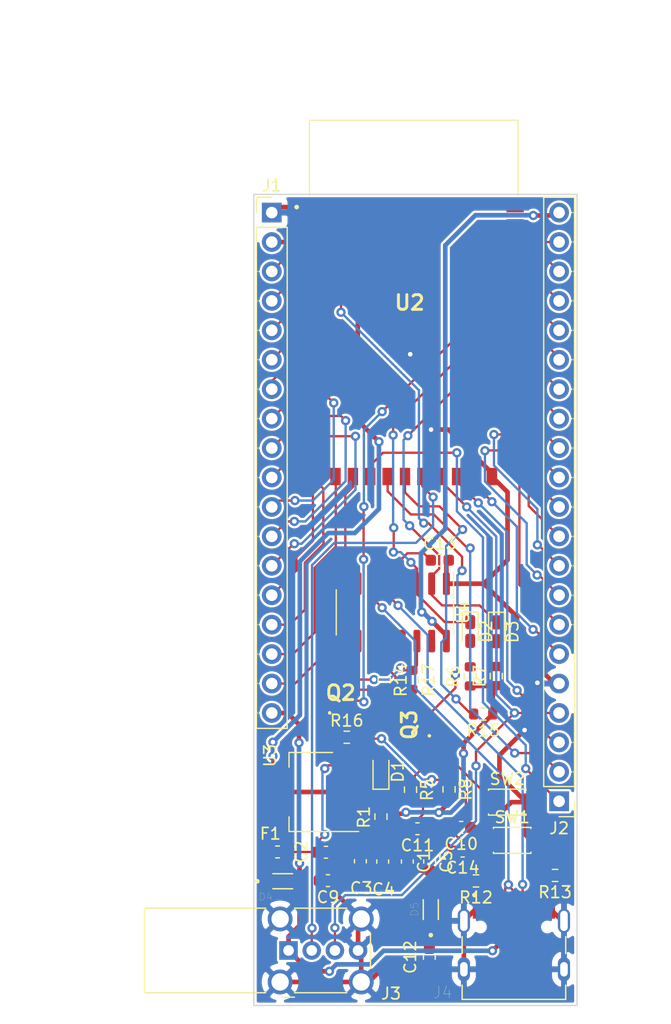
<source format=kicad_pcb>
(kicad_pcb (version 20171130) (host pcbnew 5.1.9-73d0e3b20d~88~ubuntu18.04.1)
  (layers (0 F.Cu signal) (31 B.Cu signal) (34 B.Paste user) (35 F.Paste user) (36 B.SilkS user) (37 F.SilkS user) (38 B.Mask user) (39 F.Mask user) (44 Edge.Cuts user))
  (net 0 "")
  (net 1 GND)
  (net 2 +3V3)
  (net 3 /CHIP_PU)
  (net 4 /GPIO0)
  (net 5 "Net-(C13-Pad1)")
  (net 6 "Net-(D2-Pad2)")
  (net 7 /RXD0)
  (net 8 "Net-(D3-Pad2)")
  (net 9 /TXD0)
  (net 10 /GPIO17)
  (net 11 /GPIO16)
  (net 12 /GPIO15)
  (net 13 /GPIO14)
  (net 14 /GPIO13)
  (net 15 /GPIO12)
  (net 16 /GPIO11)
  (net 17 /GPIO10)
  (net 18 /GPIO9)
  (net 19 /GPIO8)
  (net 20 /GPIO7)
  (net 21 /GPIO6)
  (net 22 /GPIO5)
  (net 23 /GPIO4)
  (net 24 /GPIO3)
  (net 25 /GPIO2)
  (net 26 /GPIO1)
  (net 27 /GPIO20)
  (net 28 /GPIO21)
  (net 29 /GPIO26)
  (net 30 /GPIO33)
  (net 31 /GPIO34)
  (net 32 /GPIO35)
  (net 33 /GPIO36)
  (net 34 /GPIO37)
  (net 35 /GPIO38)
  (net 36 /GPIO39)
  (net 37 /GPIO42)
  (net 38 /GPIO45)
  (net 39 "Net-(Q2-Pad1)")
  (net 40 "Net-(Q3-Pad1)")
  (net 41 /SDA)
  (net 42 /SCL)
  (net 43 /~DTR)
  (net 44 /GPIO18)
  (net 45 /~RTS)
  (net 46 VCC)
  (net 47 /GPIO46)
  (net 48 /GPIO19)
  (net 49 "Net-(U4-Pad15)")
  (net 50 "Net-(U4-Pad12)")
  (net 51 "Net-(U4-Pad11)")
  (net 52 "Net-(U4-Pad10)")
  (net 53 "Net-(U4-Pad9)")
  (net 54 "Net-(U4-Pad8)")
  (net 55 "Net-(U4-Pad7)")
  (net 56 /CC2)
  (net 57 "Net-(J4-PadA8)")
  (net 58 /DP1)
  (net 59 /DN1)
  (net 60 "Net-(J4-PadB8)")
  (net 61 /CC1)
  (net 62 /VBUS)
  (net 63 /VI)
  (net 64 /VI2)
  (net 65 "Net-(D1-Pad1)")
  (net 66 "Net-(D4-PadC)")
  (module Connector_PinHeader_2.54mm:PinHeader_1x21_P2.54mm_Vertical (layer F.Cu) (at 163.25 119.475 180)
    (fp_text reference J2 (at 0 -2.33) (layer F.SilkS))
    (fp_text value Conn_01x21_Male)
    (pad 21 thru_hole oval (at 0 50.8 180) (size 1.7 1.7) (drill 1) (layers *.Cu *.Mask) (net 46 VCC))
    (pad 20 thru_hole oval (at 0 48.26 180) (size 1.7 1.7) (drill 1) (layers *.Cu *.Mask) (net 47 /GPIO46))
    (pad 19 thru_hole oval (at 0 45.72 180) (size 1.7 1.7) (drill 1) (layers *.Cu *.Mask) (net 38 /GPIO45))
    (pad 18 thru_hole oval (at 0 43.18 180) (size 1.7 1.7) (drill 1) (layers *.Cu *.Mask) (net 7 /RXD0))
    (pad 17 thru_hole oval (at 0 40.64 180) (size 1.7 1.7) (drill 1) (layers *.Cu *.Mask) (net 9 /TXD0))
    (pad 16 thru_hole oval (at 0 38.1 180) (size 1.7 1.7) (drill 1) (layers *.Cu *.Mask) (net 37 /GPIO42))
    (pad 15 thru_hole oval (at 0 35.56 180) (size 1.7 1.7) (drill 1) (layers *.Cu *.Mask) (net 41 /SDA))
    (pad 14 thru_hole oval (at 0 33.02 180) (size 1.7 1.7) (drill 1) (layers *.Cu *.Mask) (net 42 /SCL))
    (pad 13 thru_hole oval (at 0 30.48 180) (size 1.7 1.7) (drill 1) (layers *.Cu *.Mask) (net 36 /GPIO39))
    (pad 12 thru_hole oval (at 0 27.94 180) (size 1.7 1.7) (drill 1) (layers *.Cu *.Mask) (net 35 /GPIO38))
    (pad 11 thru_hole oval (at 0 25.4 180) (size 1.7 1.7) (drill 1) (layers *.Cu *.Mask) (net 34 /GPIO37))
    (pad 10 thru_hole oval (at 0 22.86 180) (size 1.7 1.7) (drill 1) (layers *.Cu *.Mask) (net 33 /GPIO36))
    (pad 9 thru_hole oval (at 0 20.32 180) (size 1.7 1.7) (drill 1) (layers *.Cu *.Mask) (net 32 /GPIO35))
    (pad 8 thru_hole oval (at 0 17.78 180) (size 1.7 1.7) (drill 1) (layers *.Cu *.Mask) (net 31 /GPIO34))
    (pad 7 thru_hole oval (at 0 15.24 180) (size 1.7 1.7) (drill 1) (layers *.Cu *.Mask) (net 30 /GPIO33))
    (pad 6 thru_hole oval (at 0 12.7 180) (size 1.7 1.7) (drill 1) (layers *.Cu *.Mask) (net 29 /GPIO26))
    (pad 5 thru_hole oval (at 0 10.16 180) (size 1.7 1.7) (drill 1) (layers *.Cu *.Mask) (net 1 GND))
    (pad 4 thru_hole oval (at 0 7.62 180) (size 1.7 1.7) (drill 1) (layers *.Cu *.Mask) (net 28 /GPIO21))
    (pad 3 thru_hole oval (at 0 5.08 180) (size 1.7 1.7) (drill 1) (layers *.Cu *.Mask) (net 27 /GPIO20))
    (pad 2 thru_hole oval (at 0 2.54 180) (size 1.7 1.7) (drill 1) (layers *.Cu *.Mask) (net 10 /GPIO17))
    (pad 1 thru_hole rect (at 0 0 180) (size 1.7 1.7) (drill 1) (layers *.Cu *.Mask) (net 11 /GPIO16))
  )
  (module BAT-760:SOD2513X120N (layer F.Cu) (at 152.175 128.825 90)
    (fp_text reference D5 (at 0.032 -1.4064 90) (layer F.SilkS) (effects (font (size 0.64 0.64) (thickness 0.015))))
    (fp_text value BAT760-7)
    (pad A smd rect (at 1.19 0 90) (size 1.04 0.46) (layers F.Cu F.Paste F.Mask) (net 62 /VBUS))
    (pad C smd rect (at -1.19 0 90) (size 1.04 0.46) (layers F.Cu F.Paste F.Mask) (net 64 /VI2))
  )
  (module BAT-760:SOD2513X120N (layer F.Cu) (at 139.4 126.375)
    (fp_text reference D4 (at -1.475 1.35) (layer F.SilkS) (effects (font (size 0.64 0.64) (thickness 0.015))))
    (fp_text value BAT760-7)
    (pad A smd rect (at 1.19 0) (size 1.04 0.46) (layers F.Cu F.Paste F.Mask) (net 62 /VBUS))
    (pad C smd rect (at -1.19 0) (size 1.04 0.46) (layers F.Cu F.Paste F.Mask) (net 66 "Net-(D4-PadC)"))
  )
  (module Fuse:Fuse_0603_1608Metric (layer F.Cu) (at 138.95 123.85 180)
    (fp_text reference F1 (at 0.625 1.575) (layer F.SilkS))
    (fp_text value Polyfuse_Small)
    (pad 2 smd roundrect (at 0.7875 0 180) (size 0.875 0.95) (layers F.Cu F.Paste F.Mask) (net 66 "Net-(D4-PadC)"))
    (pad 1 smd roundrect (at -0.7875 0 180) (size 0.875 0.95) (layers F.Cu F.Paste F.Mask) (net 63 /VI))
  )
  (module Resistor_SMD:R_0603_1608Metric (layer F.Cu) (at 147.875 120.8 270)
    (fp_text reference R1 (at 0.05 1.475 90) (layer F.SilkS))
    (fp_text value 1k)
    (pad 2 smd roundrect (at 0.825 0 270) (size 0.8 0.95) (layers F.Cu F.Paste F.Mask) (net 1 GND))
    (pad 1 smd roundrect (at -0.825 0 270) (size 0.8 0.95) (layers F.Cu F.Paste F.Mask) (net 65 "Net-(D1-Pad1)"))
  )
  (module Connector_PinHeader_2.54mm:PinHeader_1x18_P2.54mm_Vertical (layer F.Cu) (at 138.45 68.675)
    (fp_text reference J1 (at 0 -2.33) (layer F.SilkS))
    (fp_text value Conn_01x18_Male)
    (pad 18 thru_hole oval (at 0 43.18) (size 1.7 1.7) (drill 1) (layers *.Cu *.Mask) (net 62 /VBUS))
    (pad 17 thru_hole oval (at 0 40.64) (size 1.7 1.7) (drill 1) (layers *.Cu *.Mask) (net 12 /GPIO15))
    (pad 16 thru_hole oval (at 0 38.1) (size 1.7 1.7) (drill 1) (layers *.Cu *.Mask) (net 13 /GPIO14))
    (pad 15 thru_hole oval (at 0 35.56) (size 1.7 1.7) (drill 1) (layers *.Cu *.Mask) (net 14 /GPIO13))
    (pad 14 thru_hole oval (at 0 33.02) (size 1.7 1.7) (drill 1) (layers *.Cu *.Mask) (net 15 /GPIO12))
    (pad 13 thru_hole oval (at 0 30.48) (size 1.7 1.7) (drill 1) (layers *.Cu *.Mask) (net 16 /GPIO11))
    (pad 12 thru_hole oval (at 0 27.94) (size 1.7 1.7) (drill 1) (layers *.Cu *.Mask) (net 17 /GPIO10))
    (pad 11 thru_hole oval (at 0 25.4) (size 1.7 1.7) (drill 1) (layers *.Cu *.Mask) (net 18 /GPIO9))
    (pad 10 thru_hole oval (at 0 22.86) (size 1.7 1.7) (drill 1) (layers *.Cu *.Mask) (net 19 /GPIO8))
    (pad 9 thru_hole oval (at 0 20.32) (size 1.7 1.7) (drill 1) (layers *.Cu *.Mask) (net 20 /GPIO7))
    (pad 8 thru_hole oval (at 0 17.78) (size 1.7 1.7) (drill 1) (layers *.Cu *.Mask) (net 21 /GPIO6))
    (pad 7 thru_hole oval (at 0 15.24) (size 1.7 1.7) (drill 1) (layers *.Cu *.Mask) (net 22 /GPIO5))
    (pad 6 thru_hole oval (at 0 12.7) (size 1.7 1.7) (drill 1) (layers *.Cu *.Mask) (net 23 /GPIO4))
    (pad 5 thru_hole oval (at 0 10.16) (size 1.7 1.7) (drill 1) (layers *.Cu *.Mask) (net 24 /GPIO3))
    (pad 4 thru_hole oval (at 0 7.62) (size 1.7 1.7) (drill 1) (layers *.Cu *.Mask) (net 25 /GPIO2))
    (pad 3 thru_hole oval (at 0 5.08) (size 1.7 1.7) (drill 1) (layers *.Cu *.Mask) (net 26 /GPIO1))
    (pad 2 thru_hole oval (at 0 2.54) (size 1.7 1.7) (drill 1) (layers *.Cu *.Mask) (net 2 +3V3))
    (pad 1 thru_hole rect (at 0 0) (size 1.7 1.7) (drill 1) (layers *.Cu *.Mask) (net 1 GND))
  )
  (module LED_SMD:LED_0603_1608Metric_Castellated (layer F.Cu) (at 147.875 116.75 90)
    (fp_text reference D1 (at -0.1375 1.45 90) (layer F.SilkS))
    (fp_text value LED)
    (pad 2 smd roundrect (at 0.8125 0 90) (size 1.225 0.85) (layers F.Cu F.Paste F.Mask) (net 2 +3V3))
    (pad 1 smd roundrect (at -0.8125 0 90) (size 1.225 0.85) (layers F.Cu F.Paste F.Mask) (net 65 "Net-(D1-Pad1)"))
  )
  (module Capacitor_SMD:C_0603_1608Metric (layer F.Cu) (at 148.025 124.675 90)
    (fp_text reference C4 (at -2.4 0.075 180) (layer F.SilkS))
    (fp_text value 0.1uF)
    (pad 2 smd roundrect (at 0.775 0 90) (size 0.9 0.95) (layers F.Cu F.Paste F.Mask) (net 2 +3V3))
    (pad 1 smd roundrect (at -0.775 0 90) (size 0.9 0.95) (layers F.Cu F.Paste F.Mask) (net 1 GND))
  )
  (module Capacitor_SMD:C_0603_1608Metric (layer F.Cu) (at 146.1 124.65 270)
    (fp_text reference C3 (at 2.325 -0.075 180) (layer F.SilkS))
    (fp_text value 22uF)
    (pad 2 smd roundrect (at 0.775 0 270) (size 0.9 0.95) (layers F.Cu F.Paste F.Mask) (net 1 GND))
    (pad 1 smd roundrect (at -0.775 0 270) (size 0.9 0.95) (layers F.Cu F.Paste F.Mask) (net 2 +3V3))
  )
  (module Capacitor_SMD:C_0603_1608Metric (layer F.Cu) (at 143.125 123.875)
    (fp_text reference C2 (at -2.125 -0.025 90) (layer F.SilkS))
    (fp_text value 10uF)
    (pad 2 smd roundrect (at 0.775 0) (size 0.9 0.95) (layers F.Cu F.Paste F.Mask) (net 1 GND))
    (pad 1 smd roundrect (at -0.775 0) (size 0.9 0.95) (layers F.Cu F.Paste F.Mask) (net 63 /VI))
  )
  (module Capacitor_SMD:C_0603_1608Metric (layer F.Cu) (at 151.025 121.85 180)
    (fp_text reference C11 (at 0 -1.43) (layer F.SilkS))
    (fp_text value 0.1uF)
    (pad 2 smd roundrect (at 0.775 0 180) (size 0.9 0.95) (layers F.Cu F.Paste F.Mask) (net 4 /GPIO0))
    (pad 1 smd roundrect (at -0.775 0 180) (size 0.9 0.95) (layers F.Cu F.Paste F.Mask) (net 1 GND))
  )
  (module Capacitor_SMD:C_0603_1608Metric (layer F.Cu) (at 152.05 132.975 270)
    (fp_text reference C12 (at -0.05 1.65 90) (layer F.SilkS))
    (fp_text value 0.1uF)
    (pad 2 smd roundrect (at 0.775 0 270) (size 0.9 0.95) (layers F.Cu F.Paste F.Mask) (net 1 GND))
    (pad 1 smd roundrect (at -0.775 0 270) (size 0.9 0.95) (layers F.Cu F.Paste F.Mask) (net 64 /VI2))
  )
  (module Capacitor_SMD:C_0603_1608Metric (layer F.Cu) (at 154.925 123.775 180)
    (fp_text reference C14 (at 0 -1.43) (layer F.SilkS))
    (fp_text value 1uF)
    (pad 2 smd roundrect (at 0.775 0 180) (size 0.9 0.95) (layers F.Cu F.Paste F.Mask) (net 1 GND))
    (pad 1 smd roundrect (at -0.775 0 180) (size 0.9 0.95) (layers F.Cu F.Paste F.Mask) (net 3 /CHIP_PU))
  )
  (module Capacitor_SMD:C_0603_1608Metric (layer F.Cu) (at 152.95 98.675)
    (fp_text reference C13 (at 0 -1.43) (layer F.SilkS))
    (fp_text value 10nF)
    (pad 2 smd roundrect (at 0.775 0) (size 0.9 0.95) (layers F.Cu F.Paste F.Mask) (net 1 GND))
    (pad 1 smd roundrect (at -0.775 0) (size 0.9 0.95) (layers F.Cu F.Paste F.Mask) (net 5 "Net-(C13-Pad1)"))
  )
  (module Resistor_SMD:R_0603_1608Metric (layer F.Cu) (at 157.825 108.675 90)
    (fp_text reference R7 (at 0 -1.43 90) (layer F.SilkS))
    (fp_text value 1k)
    (pad 2 smd roundrect (at 0.825 0 90) (size 0.8 0.95) (layers F.Cu F.Paste F.Mask) (net 8 "Net-(D3-Pad2)"))
    (pad 1 smd roundrect (at -0.825 0 90) (size 0.8 0.95) (layers F.Cu F.Paste F.Mask) (net 2 +3V3))
  )
  (module Resistor_SMD:R_0603_1608Metric (layer F.Cu) (at 156.075 126.35 180)
    (fp_text reference R12 (at 0 -1.43) (layer F.SilkS))
    (fp_text value 5.1K)
    (pad 2 smd roundrect (at 0.825 0 180) (size 0.8 0.95) (layers F.Cu F.Paste F.Mask) (net 1 GND))
    (pad 1 smd roundrect (at -0.825 0 180) (size 0.8 0.95) (layers F.Cu F.Paste F.Mask) (net 61 /CC1))
  )
  (module Resistor_SMD:R_0603_1608Metric (layer F.Cu) (at 150.55 109 270)
    (fp_text reference R17 (at 0 -1.43 90) (layer F.SilkS))
    (fp_text value 10K)
    (pad 2 smd roundrect (at 0.825 0 270) (size 0.8 0.95) (layers F.Cu F.Paste F.Mask) (net 40 "Net-(Q3-Pad1)"))
    (pad 1 smd roundrect (at -0.825 0 270) (size 0.8 0.95) (layers F.Cu F.Paste F.Mask) (net 45 /~RTS))
  )
  (module L8050QLT1G:L8050QLT1G (layer F.Cu) (at 150 112.875 90)
    (fp_text reference Q3 (at 0 0.325 90) (layer F.SilkS) (effects (font (size 1.27 1.27) (thickness 0.254))))
    (fp_text value L8050QLT1G hide)
    (pad 3 smd rect (at 0 -1 90) (size 0.8 0.9) (layers F.Cu F.Paste F.Mask) (net 43 /~DTR))
    (pad 2 smd rect (at 0.95 1 90) (size 0.8 0.9) (layers F.Cu F.Paste F.Mask) (net 4 /GPIO0))
    (pad 1 smd rect (at -0.95 1 90) (size 0.8 0.9) (layers F.Cu F.Paste F.Mask) (net 40 "Net-(Q3-Pad1)"))
  )
  (module LED_SMD:LED_0603_1608Metric_Castellated (layer F.Cu) (at 155.575 104.825 270)
    (fp_text reference D2 (at 0 -1.38 90) (layer F.SilkS))
    (fp_text value LED)
    (pad 2 smd roundrect (at 0.8125 0 270) (size 1.225 0.85) (layers F.Cu F.Paste F.Mask) (net 6 "Net-(D2-Pad2)"))
    (pad 1 smd roundrect (at -0.8125 0 270) (size 1.225 0.85) (layers F.Cu F.Paste F.Mask) (net 7 /RXD0))
  )
  (module Resistor_SMD:R_0603_1608Metric (layer F.Cu) (at 162.9 125.875)
    (fp_text reference R13 (at 0 1.45) (layer F.SilkS))
    (fp_text value 5.1K)
    (pad 2 smd roundrect (at 0.825 0) (size 0.8 0.95) (layers F.Cu F.Paste F.Mask) (net 1 GND))
    (pad 1 smd roundrect (at -0.825 0) (size 0.8 0.95) (layers F.Cu F.Paste F.Mask) (net 56 /CC2))
  )
  (module Package_SO:SOIC-16_3.9x9.9mm_P1.27mm (layer F.Cu) (at 149.075 103.175 270)
    (fp_text reference U4 (at 0 -5.9 90) (layer F.SilkS))
    (fp_text value CH340C)
    (pad 16 smd roundrect (at 2.475 -4.445 270) (size 1.95 0.6) (layers F.Cu F.Paste F.Mask) (net 46 VCC))
    (pad 15 smd roundrect (at 2.475 -3.175 270) (size 1.95 0.6) (layers F.Cu F.Paste F.Mask) (net 49 "Net-(U4-Pad15)"))
    (pad 14 smd roundrect (at 2.475 -1.905 270) (size 1.95 0.6) (layers F.Cu F.Paste F.Mask) (net 45 /~RTS))
    (pad 13 smd roundrect (at 2.475 -0.635 270) (size 1.95 0.6) (layers F.Cu F.Paste F.Mask) (net 43 /~DTR))
    (pad 12 smd roundrect (at 2.475 0.635 270) (size 1.95 0.6) (layers F.Cu F.Paste F.Mask) (net 50 "Net-(U4-Pad12)"))
    (pad 11 smd roundrect (at 2.475 1.905 270) (size 1.95 0.6) (layers F.Cu F.Paste F.Mask) (net 51 "Net-(U4-Pad11)"))
    (pad 10 smd roundrect (at 2.475 3.175 270) (size 1.95 0.6) (layers F.Cu F.Paste F.Mask) (net 52 "Net-(U4-Pad10)"))
    (pad 9 smd roundrect (at 2.475 4.445 270) (size 1.95 0.6) (layers F.Cu F.Paste F.Mask) (net 53 "Net-(U4-Pad9)"))
    (pad 8 smd roundrect (at -2.475 4.445 270) (size 1.95 0.6) (layers F.Cu F.Paste F.Mask) (net 54 "Net-(U4-Pad8)"))
    (pad 7 smd roundrect (at -2.475 3.175 270) (size 1.95 0.6) (layers F.Cu F.Paste F.Mask) (net 55 "Net-(U4-Pad7)"))
    (pad 6 smd roundrect (at -2.475 1.905 270) (size 1.95 0.6) (layers F.Cu F.Paste F.Mask) (net 59 /DN1))
    (pad 5 smd roundrect (at -2.475 0.635 270) (size 1.95 0.6) (layers F.Cu F.Paste F.Mask) (net 58 /DP1))
    (pad 4 smd roundrect (at -2.475 -0.635 270) (size 1.95 0.6) (layers F.Cu F.Paste F.Mask) (net 5 "Net-(C13-Pad1)"))
    (pad 3 smd roundrect (at -2.475 -1.905 270) (size 1.95 0.6) (layers F.Cu F.Paste F.Mask) (net 7 /RXD0))
    (pad 2 smd roundrect (at -2.475 -3.175 270) (size 1.95 0.6) (layers F.Cu F.Paste F.Mask) (net 9 /TXD0))
    (pad 1 smd roundrect (at -2.475 -4.445 270) (size 1.95 0.6) (layers F.Cu F.Paste F.Mask) (net 1 GND))
  )
  (module ESP32-S2-WROOM_M22S2H3200PH3Q0:ESP32S2WROOMM22S2H3200PH3Q0 (layer F.Cu) (at 150.7 76.2)
    (fp_text reference U2 (at -0.35 0.25) (layer F.SilkS) (effects (font (size 1.27 1.27) (thickness 0.254))))
    (fp_text value ESP32-S2-WROOM-ESP32-S2-WROOM hide)
    (pad 51 smd rect (at -2.69 -1.45) (size 1.1 1.1) (layers F.Cu F.Paste F.Mask) (net 1 GND))
    (pad 50 smd rect (at -1.19 -1.45) (size 1.1 1.1) (layers F.Cu F.Paste F.Mask) (net 1 GND))
    (pad 49 smd rect (at 0.31 -1.45) (size 1.1 1.1) (layers F.Cu F.Paste F.Mask) (net 1 GND))
    (pad 48 smd rect (at 0.31 0.05) (size 1.1 1.1) (layers F.Cu F.Paste F.Mask) (net 1 GND))
    (pad 47 smd rect (at 0.31 1.55) (size 1.1 1.1) (layers F.Cu F.Paste F.Mask) (net 1 GND))
    (pad 46 smd rect (at -1.19 1.55) (size 1.1 1.1) (layers F.Cu F.Paste F.Mask) (net 1 GND))
    (pad 45 smd rect (at -2.69 1.55) (size 1.1 1.1) (layers F.Cu F.Paste F.Mask) (net 1 GND))
    (pad 44 smd rect (at -2.69 0.05) (size 1.1 1.1) (layers F.Cu F.Paste F.Mask) (net 1 GND))
    (pad 43 smd rect (at -1.19 0.05) (size 1.1 1.1) (layers F.Cu F.Paste F.Mask) (net 1 GND))
    (pad 42 smd rect (at 8.75 -8 90) (size 0.9 1.5) (layers F.Cu F.Paste F.Mask) (net 1 GND))
    (pad 41 smd rect (at 8.75 -6.5 90) (size 0.9 1.5) (layers F.Cu F.Paste F.Mask) (net 3 /CHIP_PU))
    (pad 40 smd rect (at 8.75 -5 90) (size 0.9 1.5) (layers F.Cu F.Paste F.Mask) (net 47 /GPIO46))
    (pad 39 smd rect (at 8.75 -3.5 90) (size 0.9 1.5) (layers F.Cu F.Paste F.Mask) (net 38 /GPIO45))
    (pad 38 smd rect (at 8.75 -2 90) (size 0.9 1.5) (layers F.Cu F.Paste F.Mask) (net 7 /RXD0))
    (pad 37 smd rect (at 8.75 -0.5 90) (size 0.9 1.5) (layers F.Cu F.Paste F.Mask) (net 9 /TXD0))
    (pad 36 smd rect (at 8.75 1 90) (size 0.9 1.5) (layers F.Cu F.Paste F.Mask) (net 37 /GPIO42))
    (pad 35 smd rect (at 8.75 2.5 90) (size 0.9 1.5) (layers F.Cu F.Paste F.Mask) (net 41 /SDA))
    (pad 34 smd rect (at 8.75 4 90) (size 0.9 1.5) (layers F.Cu F.Paste F.Mask) (net 42 /SCL))
    (pad 33 smd rect (at 8.75 5.5 90) (size 0.9 1.5) (layers F.Cu F.Paste F.Mask) (net 36 /GPIO39))
    (pad 32 smd rect (at 8.75 7 90) (size 0.9 1.5) (layers F.Cu F.Paste F.Mask) (net 35 /GPIO38))
    (pad 31 smd rect (at 8.75 8.5 90) (size 0.9 1.5) (layers F.Cu F.Paste F.Mask) (net 34 /GPIO37))
    (pad 30 smd rect (at 8.75 10 90) (size 0.9 1.5) (layers F.Cu F.Paste F.Mask) (net 33 /GPIO36))
    (pad 29 smd rect (at 8.75 11.5 90) (size 0.9 1.5) (layers F.Cu F.Paste F.Mask) (net 32 /GPIO35))
    (pad 28 smd rect (at 8.75 13 90) (size 0.9 1.5) (layers F.Cu F.Paste F.Mask) (net 31 /GPIO34))
    (pad 27 smd rect (at 8.75 14.5 90) (size 0.9 1.5) (layers F.Cu F.Paste F.Mask) (net 30 /GPIO33))
    (pad 26 smd rect (at 6.75 15.25) (size 0.9 1.5) (layers F.Cu F.Paste F.Mask) (net 1 GND))
    (pad 25 smd rect (at 5.25 15.25) (size 0.9 1.5) (layers F.Cu F.Paste F.Mask) (net 29 /GPIO26))
    (pad 24 smd rect (at 3.75 15.25) (size 0.9 1.5) (layers F.Cu F.Paste F.Mask) (net 28 /GPIO21))
    (pad 23 smd rect (at 2.25 15.25) (size 0.9 1.5) (layers F.Cu F.Paste F.Mask) (net 27 /GPIO20))
    (pad 22 smd rect (at 0.75 15.25) (size 0.9 1.5) (layers F.Cu F.Paste F.Mask) (net 48 /GPIO19))
    (pad 21 smd rect (at -0.75 15.25) (size 0.9 1.5) (layers F.Cu F.Paste F.Mask) (net 44 /GPIO18))
    (pad 20 smd rect (at -2.25 15.25) (size 0.9 1.5) (layers F.Cu F.Paste F.Mask) (net 10 /GPIO17))
    (pad 19 smd rect (at -3.75 15.25) (size 0.9 1.5) (layers F.Cu F.Paste F.Mask) (net 11 /GPIO16))
    (pad 18 smd rect (at -5.25 15.25) (size 0.9 1.5) (layers F.Cu F.Paste F.Mask) (net 12 /GPIO15))
    (pad 17 smd rect (at -6.75 15.25) (size 0.9 1.5) (layers F.Cu F.Paste F.Mask) (net 13 /GPIO14))
    (pad 16 smd rect (at -8.75 14.5 90) (size 0.9 1.5) (layers F.Cu F.Paste F.Mask) (net 14 /GPIO13))
    (pad 15 smd rect (at -8.75 13 90) (size 0.9 1.5) (layers F.Cu F.Paste F.Mask) (net 15 /GPIO12))
    (pad 14 smd rect (at -8.75 11.5 90) (size 0.9 1.5) (layers F.Cu F.Paste F.Mask) (net 16 /GPIO11))
    (pad 13 smd rect (at -8.75 10 90) (size 0.9 1.5) (layers F.Cu F.Paste F.Mask) (net 17 /GPIO10))
    (pad 12 smd rect (at -8.75 8.5 90) (size 0.9 1.5) (layers F.Cu F.Paste F.Mask) (net 18 /GPIO9))
    (pad 11 smd rect (at -8.75 7 90) (size 0.9 1.5) (layers F.Cu F.Paste F.Mask) (net 19 /GPIO8))
    (pad 10 smd rect (at -8.75 5.5 90) (size 0.9 1.5) (layers F.Cu F.Paste F.Mask) (net 20 /GPIO7))
    (pad 9 smd rect (at -8.75 4 90) (size 0.9 1.5) (layers F.Cu F.Paste F.Mask) (net 21 /GPIO6))
    (pad 8 smd rect (at -8.75 2.5 90) (size 0.9 1.5) (layers F.Cu F.Paste F.Mask) (net 22 /GPIO5))
    (pad 7 smd rect (at -8.75 1 90) (size 0.9 1.5) (layers F.Cu F.Paste F.Mask) (net 23 /GPIO4))
    (pad 6 smd rect (at -8.75 -0.5 90) (size 0.9 1.5) (layers F.Cu F.Paste F.Mask) (net 24 /GPIO3))
    (pad 5 smd rect (at -8.75 -2 90) (size 0.9 1.5) (layers F.Cu F.Paste F.Mask) (net 25 /GPIO2))
    (pad 4 smd rect (at -8.75 -3.5 90) (size 0.9 1.5) (layers F.Cu F.Paste F.Mask) (net 26 /GPIO1))
    (pad 3 smd rect (at -8.75 -5 90) (size 0.9 1.5) (layers F.Cu F.Paste F.Mask) (net 4 /GPIO0))
    (pad 2 smd rect (at -8.75 -6.5 90) (size 0.9 1.5) (layers F.Cu F.Paste F.Mask) (net 2 +3V3))
    (pad 1 smd rect (at -8.75 -8 90) (size 0.9 1.5) (layers F.Cu F.Paste F.Mask) (net 1 GND))
  )
  (module LED_SMD:LED_0603_1608Metric_Castellated (layer F.Cu) (at 157.85 104.85 270)
    (fp_text reference D3 (at 0 -1.38 90) (layer F.SilkS))
    (fp_text value LED)
    (pad 2 smd roundrect (at 0.8125 0 270) (size 1.225 0.85) (layers F.Cu F.Paste F.Mask) (net 8 "Net-(D3-Pad2)"))
    (pad 1 smd roundrect (at -0.8125 0 270) (size 1.225 0.85) (layers F.Cu F.Paste F.Mask) (net 9 /TXD0))
  )
  (module Resistor_SMD:R_0603_1608Metric (layer F.Cu) (at 156.7 111.95 180)
    (fp_text reference R15 (at 0 -1.43) (layer F.SilkS))
    (fp_text value 10K)
    (pad 2 smd roundrect (at 0.825 0 180) (size 0.8 0.95) (layers F.Cu F.Paste F.Mask) (net 44 /GPIO18))
    (pad 1 smd roundrect (at -0.825 0 180) (size 0.8 0.95) (layers F.Cu F.Paste F.Mask) (net 2 +3V3))
  )
  (module Resistor_SMD:R_0603_1608Metric (layer F.Cu) (at 150.425 118.475 270)
    (fp_text reference R5 (at 0 -1.43 90) (layer F.SilkS))
    (fp_text value 10K)
    (pad 2 smd roundrect (at 0.825 0 270) (size 0.8 0.95) (layers F.Cu F.Paste F.Mask) (net 2 +3V3))
    (pad 1 smd roundrect (at -0.825 0 270) (size 0.8 0.95) (layers F.Cu F.Paste F.Mask) (net 4 /GPIO0))
  )
  (module Package_TO_SOT_SMD:SOT-223-3_TabPin2 (layer F.Cu) (at 141.85 118.675 180)
    (fp_text reference U3 (at 3.55 3.15 90) (layer F.SilkS))
    (fp_text value AMS1117-3.3)
    (pad 1 smd rect (at -3.15 -2.3 180) (size 2 1.5) (layers F.Cu F.Paste F.Mask) (net 1 GND))
    (pad 3 smd rect (at -3.15 2.3 180) (size 2 1.5) (layers F.Cu F.Paste F.Mask) (net 63 /VI))
    (pad 2 smd rect (at -3.15 0 180) (size 2 1.5) (layers F.Cu F.Paste F.Mask) (net 2 +3V3))
    (pad 2 smd rect (at 3.15 0 180) (size 2 3.8) (layers F.Cu F.Paste F.Mask) (net 2 +3V3))
  )
  (module Resistor_SMD:R_0603_1608Metric (layer F.Cu) (at 144.925 113.95)
    (fp_text reference R16 (at 0 -1.43) (layer F.SilkS))
    (fp_text value 10K)
    (pad 2 smd roundrect (at 0.825 0) (size 0.8 0.95) (layers F.Cu F.Paste F.Mask) (net 3 /CHIP_PU))
    (pad 1 smd roundrect (at -0.825 0) (size 0.8 0.95) (layers F.Cu F.Paste F.Mask) (net 2 +3V3))
  )
  (module L8050QLT1G:L8050QLT1G (layer F.Cu) (at 144.4 109.8)
    (fp_text reference Q2 (at 0 0.325) (layer F.SilkS) (effects (font (size 1.27 1.27) (thickness 0.254))))
    (fp_text value L8050QLT1G hide)
    (pad 3 smd rect (at 0 -1) (size 0.8 0.9) (layers F.Cu F.Paste F.Mask) (net 45 /~RTS))
    (pad 2 smd rect (at 0.95 1) (size 0.8 0.9) (layers F.Cu F.Paste F.Mask) (net 3 /CHIP_PU))
    (pad 1 smd rect (at -0.95 1) (size 0.8 0.9) (layers F.Cu F.Paste F.Mask) (net 39 "Net-(Q2-Pad1)"))
  )
  (module Resistor_SMD:R_0603_1608Metric (layer F.Cu) (at 155.575 108.7 90)
    (fp_text reference R6 (at 0 -1.43 90) (layer F.SilkS))
    (fp_text value 1k)
    (pad 2 smd roundrect (at 0.825 0 90) (size 0.8 0.95) (layers F.Cu F.Paste F.Mask) (net 6 "Net-(D2-Pad2)"))
    (pad 1 smd roundrect (at -0.825 0 90) (size 0.8 0.95) (layers F.Cu F.Paste F.Mask) (net 2 +3V3))
  )
  (module Resistor_SMD:R_0603_1608Metric (layer F.Cu) (at 153.75 118.45 270)
    (fp_text reference R8 (at 0 -1.43 90) (layer F.SilkS))
    (fp_text value 10K)
    (pad 2 smd roundrect (at 0.825 0 270) (size 0.8 0.95) (layers F.Cu F.Paste F.Mask) (net 2 +3V3))
    (pad 1 smd roundrect (at -0.825 0 270) (size 0.8 0.95) (layers F.Cu F.Paste F.Mask) (net 3 /CHIP_PU))
  )
  (module Button_Switch_SMD:SW_SPST_CK_KXT3 (layer F.Cu) (at 159.2 122.85)
    (fp_text reference SW1 (at 0 -2) (layer F.SilkS))
    (fp_text value EN/RESET)
    (pad 2 smd rect (at 1.625 0) (size 0.55 1.5) (layers F.Cu F.Paste F.Mask) (net 1 GND))
    (pad 1 smd rect (at -1.625 0) (size 0.55 1.5) (layers F.Cu F.Paste F.Mask) (net 3 /CHIP_PU))
  )
  (module Capacitor_SMD:C_0603_1608Metric (layer F.Cu) (at 154.8 121.725 180)
    (fp_text reference C10 (at 0 -1.43) (layer F.SilkS))
    (fp_text value 0.1uF)
    (pad 2 smd roundrect (at 0.775 0 180) (size 0.9 0.95) (layers F.Cu F.Paste F.Mask) (net 3 /CHIP_PU))
    (pad 1 smd roundrect (at -0.775 0 180) (size 0.9 0.95) (layers F.Cu F.Paste F.Mask) (net 1 GND))
  )
  (module Capacitor_SMD:C_0603_1608Metric (layer F.Cu) (at 152.075 124.675 270)
    (fp_text reference C5 (at 0 -1.43 90) (layer F.SilkS))
    (fp_text value 10uF)
    (pad 2 smd roundrect (at 0.775 0 270) (size 0.9 0.95) (layers F.Cu F.Paste F.Mask) (net 1 GND))
    (pad 1 smd roundrect (at -0.775 0 270) (size 0.9 0.95) (layers F.Cu F.Paste F.Mask) (net 2 +3V3))
  )
  (module Capacitor_SMD:C_0603_1608Metric (layer F.Cu) (at 150.15 124.675 270)
    (fp_text reference C1 (at 0 -1.43 90) (layer F.SilkS))
    (fp_text value 0.1uF)
    (pad 2 smd roundrect (at 0.775 0 270) (size 0.9 0.95) (layers F.Cu F.Paste F.Mask) (net 1 GND))
    (pad 1 smd roundrect (at -0.775 0 270) (size 0.9 0.95) (layers F.Cu F.Paste F.Mask) (net 2 +3V3))
  )
  (module Capacitor_SMD:C_0603_1608Metric (layer F.Cu) (at 143.3 126.325 180)
    (fp_text reference C9 (at 0 -1.43) (layer F.SilkS))
    (fp_text value 0.1uF)
    (pad 2 smd roundrect (at 0.775 0 180) (size 0.9 0.95) (layers F.Cu F.Paste F.Mask) (net 63 /VI))
    (pad 1 smd roundrect (at -0.775 0 180) (size 0.9 0.95) (layers F.Cu F.Paste F.Mask) (net 1 GND))
  )
  (module Button_Switch_SMD:SW_SPST_CK_KXT3 (layer F.Cu) (at 158.775 119.55)
    (fp_text reference SW2 (at 0 -2) (layer F.SilkS))
    (fp_text value BOOT/SELECT)
    (pad 2 smd rect (at 1.625 0) (size 0.55 1.5) (layers F.Cu F.Paste F.Mask) (net 1 GND))
    (pad 1 smd rect (at -1.625 0) (size 0.55 1.5) (layers F.Cu F.Paste F.Mask) (net 4 /GPIO0))
  )
  (module Resistor_SMD:R_0603_1608Metric (layer F.Cu) (at 148.15 109.025 270)
    (fp_text reference R14 (at 0 -1.43 90) (layer F.SilkS))
    (fp_text value 10K)
    (pad 2 smd roundrect (at 0.825 0 270) (size 0.8 0.95) (layers F.Cu F.Paste F.Mask) (net 39 "Net-(Q2-Pad1)"))
    (pad 1 smd roundrect (at -0.825 0 270) (size 0.8 0.95) (layers F.Cu F.Paste F.Mask) (net 43 /~DTR))
  )
  (module Connector_USB:USB_A_Wuerth_614004134726_Horizontal (layer F.Cu) (at 139.9 132.35)
    (fp_text reference J3 (at 8.85 3.725) (layer F.SilkS))
    (fp_text value USB_A)
    (pad 5 thru_hole circle (at -0.73 -2.72) (size 2.15 2.15) (drill 1.5) (layers *.Cu *.Mask) (net 1 GND))
    (pad 5 thru_hole circle (at 6.27 -2.72) (size 2.15 2.15) (drill 1.5) (layers *.Cu *.Mask) (net 1 GND))
    (pad 5 thru_hole circle (at 6.27 2.72) (size 2.15 2.15) (drill 1.5) (layers *.Cu *.Mask) (net 1 GND))
    (pad 5 thru_hole circle (at -0.73 2.72) (size 2.15 2.15) (drill 1.5) (layers *.Cu *.Mask) (net 1 GND))
    (pad 1 thru_hole rect (at 0 0) (size 1.6 1.6) (drill 0.92) (layers *.Cu *.Mask) (net 62 /VBUS))
    (pad 2 thru_hole circle (at 2 0) (size 1.6 1.6) (drill 0.92) (layers *.Cu *.Mask) (net 48 /GPIO19))
    (pad 3 thru_hole circle (at 4 0) (size 1.6 1.6) (drill 0.92) (layers *.Cu *.Mask) (net 27 /GPIO20))
    (pad 4 thru_hole circle (at 6 0) (size 1.6 1.6) (drill 0.92) (layers *.Cu *.Mask) (net 1 GND))
  )
  (module USB-TYPE-C:HRO_TYPE-C-31-M-12 (layer F.Cu) (at 159.35 133.975)
    (fp_text reference J4 (at -6.15 2) (layer F.SilkS) (effects (font (thickness 0.025))))
    (fp_text value TYPE-C-31-M-12)
    (pad None np_thru_hole circle (at 2.89 -3.65) (size 0.7 0.7) (drill 0.7) (layers *.Cu *.Mask))
    (pad None np_thru_hole circle (at -2.89 -3.65) (size 0.7 0.7) (drill 0.7) (layers *.Cu *.Mask))
    (pad S4 thru_hole oval (at 4.32 0) (size 1.05 2.1) (drill oval 0.65 1.25) (layers *.Cu *.Mask) (net 1 GND))
    (pad S3 thru_hole oval (at -4.32 0) (size 1.05 2.1) (drill oval 0.65 1.25) (layers *.Cu *.Mask) (net 1 GND))
    (pad S2 thru_hole oval (at 4.32 -4.18) (size 1.05 2.1) (drill oval 0.65 1.75) (layers *.Cu *.Mask) (net 1 GND))
    (pad S1 thru_hole oval (at -4.32 -4.18) (size 1.05 2.1) (drill oval 0.65 1.75) (layers *.Cu *.Mask) (net 1 GND))
    (pad B1A12 smd rect (at 3.25 -5.095) (size 0.6 1.45) (layers F.Cu F.Paste F.Mask) (net 1 GND))
    (pad B4A9 smd rect (at 2.45 -5.095) (size 0.6 1.45) (layers F.Cu F.Paste F.Mask) (net 62 /VBUS))
    (pad B5 smd rect (at 1.75 -5.095) (size 0.3 1.45) (layers F.Cu F.Paste F.Mask) (net 56 /CC2))
    (pad A8 smd rect (at 1.25 -5.095) (size 0.3 1.45) (layers F.Cu F.Paste F.Mask) (net 57 "Net-(J4-PadA8)"))
    (pad B6 smd rect (at 0.75 -5.095) (size 0.3 1.45) (layers F.Cu F.Paste F.Mask) (net 58 /DP1))
    (pad A7 smd rect (at 0.25 -5.095) (size 0.3 1.45) (layers F.Cu F.Paste F.Mask) (net 59 /DN1))
    (pad B8 smd rect (at -1.75 -5.095) (size 0.3 1.45) (layers F.Cu F.Paste F.Mask) (net 60 "Net-(J4-PadB8)"))
    (pad A5 smd rect (at -1.25 -5.095) (size 0.3 1.45) (layers F.Cu F.Paste F.Mask) (net 61 /CC1))
    (pad B7 smd rect (at -0.75 -5.095) (size 0.3 1.45) (layers F.Cu F.Paste F.Mask) (net 59 /DN1))
    (pad A6 smd rect (at -0.25 -5.095) (size 0.3 1.45) (layers F.Cu F.Paste F.Mask) (net 58 /DP1))
    (pad A4B9 smd rect (at -2.45 -5.095) (size 0.6 1.45) (layers F.Cu F.Paste F.Mask) (net 62 /VBUS))
    (pad A1B12 smd rect (at -3.25 -5.095) (size 0.6 1.45) (layers F.Cu F.Paste F.Mask) (net 1 GND))
  )
  (gr_line (start 164.8 67.1) (end 164.8 137.1) (layer Edge.Cuts) (width 0.1))
  (gr_line (start 136.9 67.1) (end 164.8 67.1) (layer Edge.Cuts) (width 0.1))
  (gr_line (start 136.9 137.1) (end 136.9 67.1) (layer Edge.Cuts) (width 0.1))
  (gr_line (start 164.8 137.1) (end 136.9 137.1) (layer Edge.Cuts) (width 0.1))
  (segment (start 138.925 68.2) (end 138.45 68.675) (width 0.4) (layer F.Cu) (net 1))
  (segment (start 141.95 68.2) (end 138.925 68.2) (width 0.4) (layer F.Cu) (net 1))
  (segment (start 141.95 68.2) (end 144.225 68.2) (width 0.4) (layer F.Cu) (net 1))
  (segment (start 148.01 71.985) (end 148.01 74.75) (width 0.4) (layer F.Cu) (net 1))
  (segment (start 144.225 68.2) (end 148.01 71.985) (width 0.4) (layer F.Cu) (net 1))
  (segment (start 159.45 68.2) (end 155.425 68.2) (width 0.4) (layer F.Cu) (net 1))
  (segment (start 155.425 68.2) (end 151.525 72.1) (width 0.4) (layer F.Cu) (net 1))
  (segment (start 151.525 74.235) (end 151.01 74.75) (width 0.4) (layer F.Cu) (net 1))
  (segment (start 151.525 72.1) (end 151.525 74.235) (width 0.4) (layer F.Cu) (net 1))
  (segment (start 151.8 121.6) (end 151.975 121.6) (width 0.4) (layer F.Cu) (net 1))
  (segment (start 160.4 122.425) (end 160.825 122.85) (width 0.4) (layer F.Cu) (net 1))
  (segment (start 153.52 100.7) (end 154.7 100.7) (width 0.4) (layer F.Cu) (net 1))
  (segment (start 156.75 100.7) (end 153.52 100.7) (width 0.4) (layer F.Cu) (net 1))
  (segment (start 158.8 98.65) (end 156.75 100.7) (width 0.4) (layer F.Cu) (net 1))
  (segment (start 157.45 91.45) (end 158.8 92.8) (width 0.4) (layer F.Cu) (net 1))
  (segment (start 158.8 92.8) (end 158.8 98.65) (width 0.4) (layer F.Cu) (net 1))
  (segment (start 143.9 126.15) (end 144.075 126.325) (width 0.4) (layer F.Cu) (net 1))
  (segment (start 143.9 123.875) (end 143.9 126.15) (width 0.4) (layer F.Cu) (net 1))
  (segment (start 145.2 126.325) (end 146.1 125.425) (width 0.4) (layer F.Cu) (net 1))
  (segment (start 144.075 126.325) (end 145.2 126.325) (width 0.4) (layer F.Cu) (net 1))
  (segment (start 148 125.425) (end 148.025 125.45) (width 0.4) (layer F.Cu) (net 1))
  (segment (start 146.1 125.425) (end 148 125.425) (width 0.4) (layer F.Cu) (net 1))
  (segment (start 148.025 125.45) (end 150.15 125.45) (width 0.4) (layer F.Cu) (net 1))
  (segment (start 150.15 125.45) (end 152.075 125.45) (width 0.4) (layer F.Cu) (net 1))
  (segment (start 154.35 125.45) (end 155.25 126.35) (width 0.4) (layer F.Cu) (net 1))
  (segment (start 152.075 125.45) (end 154.35 125.45) (width 0.4) (layer F.Cu) (net 1))
  (segment (start 154.35 123.975) (end 154.15 123.775) (width 0.4) (layer F.Cu) (net 1))
  (segment (start 154.35 125.45) (end 154.35 123.975) (width 0.4) (layer F.Cu) (net 1))
  (segment (start 163.725 125.75) (end 160.825 122.85) (width 0.4) (layer F.Cu) (net 1))
  (segment (start 163.725 125.875) (end 163.725 125.75) (width 0.4) (layer F.Cu) (net 1))
  (segment (start 163.725 125.875) (end 163.725 126.525) (width 0.4) (layer F.Cu) (net 1))
  (segment (start 162.6 127.65) (end 162.6 128.88) (width 0.4) (layer F.Cu) (net 1))
  (segment (start 163.725 126.525) (end 162.6 127.65) (width 0.4) (layer F.Cu) (net 1))
  (segment (start 155.945 128.88) (end 155.03 129.795) (width 0.4) (layer F.Cu) (net 1))
  (segment (start 156.1 128.88) (end 155.945 128.88) (width 0.4) (layer F.Cu) (net 1))
  (segment (start 155.03 129.795) (end 155.03 133.975) (width 0.4) (layer F.Cu) (net 1))
  (segment (start 152.275 133.975) (end 152.05 133.75) (width 0.4) (layer F.Cu) (net 1))
  (segment (start 155.03 133.975) (end 152.275 133.975) (width 0.4) (layer F.Cu) (net 1))
  (segment (start 155.03 133.975) (end 163.67 133.975) (width 0.4) (layer F.Cu) (net 1))
  (segment (start 163.67 133.975) (end 163.67 129.795) (width 0.4) (layer F.Cu) (net 1))
  (segment (start 163.515 129.795) (end 162.6 128.88) (width 0.4) (layer F.Cu) (net 1))
  (segment (start 163.67 129.795) (end 163.515 129.795) (width 0.4) (layer F.Cu) (net 1))
  (segment (start 139.17 129.63) (end 137.875 130.925) (width 0.4) (layer F.Cu) (net 1))
  (segment (start 137.875 133.775) (end 139.17 135.07) (width 0.4) (layer F.Cu) (net 1))
  (segment (start 137.875 130.925) (end 137.875 133.775) (width 0.4) (layer F.Cu) (net 1))
  (segment (start 139.17 135.07) (end 146.17 135.07) (width 0.4) (layer F.Cu) (net 1))
  (segment (start 146.17 132.62) (end 145.9 132.35) (width 0.4) (layer F.Cu) (net 1))
  (segment (start 146.17 135.07) (end 146.17 132.62) (width 0.4) (layer F.Cu) (net 1))
  (segment (start 145.9 129.9) (end 146.17 129.63) (width 0.4) (layer F.Cu) (net 1))
  (segment (start 145.9 132.35) (end 145.9 129.9) (width 0.4) (layer F.Cu) (net 1))
  (segment (start 144.075 127.535) (end 144.075 126.325) (width 0.4) (layer F.Cu) (net 1))
  (segment (start 146.17 129.63) (end 144.075 127.535) (width 0.4) (layer F.Cu) (net 1))
  (segment (start 147.225 120.975) (end 147.875 121.625) (width 0.4) (layer F.Cu) (net 1))
  (segment (start 145 120.975) (end 147.225 120.975) (width 0.4) (layer F.Cu) (net 1))
  (segment (start 144.175 121.8) (end 145 120.975) (width 0.4) (layer F.Cu) (net 1))
  (segment (start 143.9 123.875) (end 144.175 123.6) (width 0.4) (layer F.Cu) (net 1))
  (segment (start 144.175 123.6) (end 144.175 121.8) (width 0.4) (layer F.Cu) (net 1))
  (segment (start 159.625 106.1) (end 159.625 103.575) (width 0.4) (layer F.Cu) (net 1))
  (segment (start 159.625 103.575) (end 156.75 100.7) (width 0.4) (layer F.Cu) (net 1))
  (segment (start 163.25 109.315) (end 162.84 109.315) (width 0.4) (layer F.Cu) (net 1))
  (segment (start 162.84 109.315) (end 159.625 106.1) (width 0.4) (layer F.Cu) (net 1))
  (via (at 161.375 109.25) (size 0.8) (drill 0.4) (layers F.Cu B.Cu) (net 1))
  (segment (start 163.25 109.315) (end 161.44 109.315) (width 0.4) (layer F.Cu) (net 1))
  (segment (start 161.44 109.315) (end 161.375 109.25) (width 0.4) (layer F.Cu) (net 1))
  (via (at 160.267525 113.332469) (size 0.8) (drill 0.4) (layers F.Cu B.Cu) (net 1))
  (segment (start 161.375 112.224994) (end 160.267525 113.332469) (width 0.4) (layer B.Cu) (net 1))
  (segment (start 158.1 115.499994) (end 160.267525 113.332469) (width 0.4) (layer F.Cu) (net 1))
  (segment (start 158.1 117.25) (end 158.1 115.499994) (width 0.4) (layer F.Cu) (net 1))
  (segment (start 161.375 109.25) (end 161.375 112.224994) (width 0.4) (layer B.Cu) (net 1))
  (segment (start 160.4 119.55) (end 158.1 117.25) (width 0.4) (layer F.Cu) (net 1))
  (segment (start 152.225 121.85) (end 154.15 123.775) (width 0.4) (layer F.Cu) (net 1))
  (segment (start 151.8 121.85) (end 152.225 121.85) (width 0.4) (layer F.Cu) (net 1))
  (segment (start 160.4 119.55) (end 160.4 122.425) (width 0.4) (layer F.Cu) (net 1))
  (segment (start 156.954998 121.725) (end 155.575 121.725) (width 0.4) (layer F.Cu) (net 1))
  (segment (start 159.129998 119.55) (end 156.954998 121.725) (width 0.4) (layer F.Cu) (net 1))
  (segment (start 160.4 119.55) (end 159.129998 119.55) (width 0.4) (layer F.Cu) (net 1))
  (segment (start 157.45 91.15) (end 155.7 89.4) (width 0.4) (layer F.Cu) (net 1))
  (segment (start 157.45 91.45) (end 157.45 91.15) (width 0.4) (layer F.Cu) (net 1))
  (via (at 152.2 87.4) (size 0.8) (drill 0.4) (layers F.Cu B.Cu) (net 1))
  (segment (start 155.7 89.4) (end 153.7 87.4) (width 0.4) (layer F.Cu) (net 1))
  (segment (start 153.7 87.4) (end 152.2 87.4) (width 0.4) (layer F.Cu) (net 1))
  (segment (start 152.2 87.4) (end 152.2 82.7) (width 0.4) (layer B.Cu) (net 1))
  (via (at 150.4 80.9) (size 0.8) (drill 0.4) (layers F.Cu B.Cu) (net 1))
  (segment (start 152.2 82.7) (end 150.4 80.9) (width 0.4) (layer B.Cu) (net 1))
  (segment (start 150.4 77.14) (end 149.51 76.25) (width 0.4) (layer F.Cu) (net 1))
  (segment (start 150.4 80.9) (end 150.4 77.14) (width 0.4) (layer F.Cu) (net 1))
  (segment (start 153.52 98.88) (end 153.725 98.675) (width 0.4) (layer F.Cu) (net 1))
  (segment (start 153.52 100.7) (end 153.52 98.88) (width 0.4) (layer F.Cu) (net 1))
  (segment (start 146.83 135.07) (end 146.17 135.07) (width 0.4) (layer F.Cu) (net 1))
  (segment (start 147.95 133.95) (end 146.83 135.07) (width 0.4) (layer F.Cu) (net 1))
  (segment (start 152.05 133.75) (end 151.85 133.95) (width 0.4) (layer F.Cu) (net 1))
  (segment (start 151.85 133.95) (end 147.95 133.95) (width 0.4) (layer F.Cu) (net 1))
  (segment (start 141.225 69.7) (end 141.95 69.7) (width 0.4) (layer F.Cu) (net 2))
  (segment (start 138.45 71.215) (end 139.71 71.215) (width 0.4) (layer F.Cu) (net 2))
  (segment (start 139.71 71.215) (end 141.225 69.7) (width 0.4) (layer F.Cu) (net 2))
  (segment (start 138.7 118.675) (end 145 118.675) (width 0.4) (layer F.Cu) (net 2))
  (segment (start 146.76251 114.82501) (end 147.875 115.9375) (width 0.4) (layer F.Cu) (net 2))
  (segment (start 144.97501 114.82501) (end 146.76251 114.82501) (width 0.4) (layer F.Cu) (net 2))
  (segment (start 144.1 113.95) (end 144.97501 114.82501) (width 0.4) (layer F.Cu) (net 2))
  (segment (start 148 123.875) (end 148.025 123.9) (width 0.4) (layer F.Cu) (net 2))
  (segment (start 146.1 123.875) (end 148 123.875) (width 0.4) (layer F.Cu) (net 2))
  (segment (start 150.15 123.9) (end 152.075 123.9) (width 0.4) (layer F.Cu) (net 2))
  (segment (start 150.425 119.3) (end 149.925 119.3) (width 0.4) (layer F.Cu) (net 2))
  (segment (start 149.925 119.3) (end 149.1 120.125) (width 0.4) (layer F.Cu) (net 2))
  (segment (start 148.025 123.9) (end 149.1 123.9) (width 0.4) (layer F.Cu) (net 2))
  (segment (start 149.1 123.9) (end 150.15 123.9) (width 0.4) (layer F.Cu) (net 2))
  (segment (start 145.1375 118.675) (end 145 118.675) (width 0.4) (layer F.Cu) (net 2))
  (segment (start 147.875 115.9375) (end 145.1375 118.675) (width 0.4) (layer F.Cu) (net 2))
  (segment (start 149.1 116.65) (end 149.1 118.2) (width 0.4) (layer F.Cu) (net 2))
  (segment (start 147.875 115.9375) (end 148.3875 115.9375) (width 0.4) (layer F.Cu) (net 2))
  (segment (start 150.2 119.3) (end 150.425 119.3) (width 0.4) (layer F.Cu) (net 2))
  (segment (start 149.1 118.2) (end 150.2 119.3) (width 0.4) (layer F.Cu) (net 2))
  (segment (start 148.3875 115.9375) (end 149.1 116.65) (width 0.4) (layer F.Cu) (net 2))
  (segment (start 157.8 109.525) (end 157.825 109.5) (width 0.4) (layer F.Cu) (net 2))
  (segment (start 155.575 109.525) (end 157.8 109.525) (width 0.4) (layer F.Cu) (net 2))
  (segment (start 157.525 109.8) (end 157.825 109.5) (width 0.4) (layer F.Cu) (net 2))
  (segment (start 157.525 111.95) (end 157.525 109.8) (width 0.4) (layer F.Cu) (net 2))
  (via (at 138.55 114.375) (size 0.8) (drill 0.4) (layers F.Cu B.Cu) (net 2))
  (segment (start 140.875 112.05) (end 140.875 98.775) (width 0.4) (layer B.Cu) (net 2))
  (segment (start 140.875 98.775) (end 143.325 96.325) (width 0.4) (layer B.Cu) (net 2))
  (segment (start 143.325 96.325) (end 145.625 96.325) (width 0.4) (layer B.Cu) (net 2))
  (via (at 147.7 88.45) (size 0.8) (drill 0.4) (layers F.Cu B.Cu) (net 2))
  (segment (start 145.625 96.325) (end 147.7 94.25) (width 0.4) (layer B.Cu) (net 2))
  (segment (start 147.7 94.25) (end 147.7 88.45) (width 0.4) (layer B.Cu) (net 2))
  (segment (start 145.875 86.625) (end 147.7 88.45) (width 0.4) (layer F.Cu) (net 2))
  (segment (start 145.875 72.475) (end 145.875 86.625) (width 0.4) (layer F.Cu) (net 2))
  (segment (start 141.95 69.7) (end 143.1 69.7) (width 0.4) (layer F.Cu) (net 2))
  (segment (start 143.1 69.7) (end 145.875 72.475) (width 0.4) (layer F.Cu) (net 2))
  (via (at 150.025 120.425) (size 0.8) (drill 0.4) (layers F.Cu B.Cu) (net 2))
  (segment (start 149.9 120.55) (end 150.025 120.425) (width 0.4) (layer F.Cu) (net 2))
  (segment (start 149.1 120.55) (end 149.9 120.55) (width 0.4) (layer F.Cu) (net 2))
  (segment (start 149.1 120.55) (end 149.1 123.9) (width 0.4) (layer F.Cu) (net 2))
  (segment (start 149.1 120.125) (end 149.1 120.55) (width 0.4) (layer F.Cu) (net 2))
  (via (at 155 115.35) (size 0.8) (drill 0.4) (layers F.Cu B.Cu) (net 2))
  (segment (start 155 114.475) (end 157.525 111.95) (width 0.4) (layer F.Cu) (net 2))
  (segment (start 155 115.35) (end 155 114.475) (width 0.4) (layer F.Cu) (net 2))
  (segment (start 153.75 119.575) (end 152.875 120.45) (width 0.4) (layer F.Cu) (net 2))
  (segment (start 152.85 120.425) (end 152.875 120.45) (width 0.4) (layer B.Cu) (net 2))
  (segment (start 153.75 119.275) (end 153.75 119.575) (width 0.4) (layer F.Cu) (net 2))
  (segment (start 150.025 120.425) (end 152.85 120.425) (width 0.4) (layer B.Cu) (net 2))
  (via (at 152.875 120.45) (size 0.8) (drill 0.4) (layers F.Cu B.Cu) (net 2))
  (segment (start 153.9 120.45) (end 152.875 120.45) (width 0.4) (layer B.Cu) (net 2))
  (segment (start 155 115.35) (end 155 119.35) (width 0.4) (layer B.Cu) (net 2))
  (segment (start 155 119.35) (end 153.9 120.45) (width 0.4) (layer B.Cu) (net 2))
  (segment (start 138.55 114.375) (end 138.55 115.575) (width 0.4) (layer F.Cu) (net 2))
  (via (at 138.55 115.575) (size 0.8) (drill 0.4) (layers F.Cu B.Cu) (net 2))
  (segment (start 138.55 114.375) (end 138.55 115.575) (width 0.4) (layer B.Cu) (net 2))
  (segment (start 138.6 115.625) (end 138.55 115.575) (width 0.4) (layer F.Cu) (net 2))
  (segment (start 138.6 118.575) (end 138.6 115.625) (width 0.4) (layer F.Cu) (net 2))
  (segment (start 138.7 118.675) (end 138.6 118.575) (width 0.4) (layer F.Cu) (net 2))
  (segment (start 138.55 114.375) (end 140.875 112.05) (width 0.4) (layer B.Cu) (net 2))
  (segment (start 145.35 113.55) (end 145.75 113.95) (width 0.2) (layer F.Cu) (net 3))
  (segment (start 145.35 110.8) (end 145.35 113.55) (width 0.2) (layer F.Cu) (net 3))
  (segment (start 153.75 117.625) (end 152.275 117.625) (width 0.2) (layer F.Cu) (net 3))
  (via (at 152.25 117.6) (size 0.8) (drill 0.4) (layers F.Cu B.Cu) (net 3))
  (segment (start 152.275 117.625) (end 152.25 117.6) (width 0.2) (layer F.Cu) (net 3))
  (via (at 147.925 114.075) (size 0.8) (drill 0.4) (layers F.Cu B.Cu) (net 3))
  (segment (start 152.25 117.6) (end 151.45 117.6) (width 0.2) (layer B.Cu) (net 3))
  (segment (start 151.45 117.6) (end 147.925 114.075) (width 0.2) (layer B.Cu) (net 3))
  (segment (start 145.875 114.075) (end 145.75 113.95) (width 0.2) (layer F.Cu) (net 3))
  (segment (start 147.925 114.075) (end 145.875 114.075) (width 0.2) (layer F.Cu) (net 3))
  (segment (start 156.65 123.775) (end 157.575 122.85) (width 0.2) (layer F.Cu) (net 3))
  (segment (start 155.7 123.775) (end 156.65 123.775) (width 0.2) (layer F.Cu) (net 3))
  (segment (start 155.7 123.775) (end 155.7 123.475) (width 0.2) (layer F.Cu) (net 3))
  (segment (start 153.8 121.575) (end 153.8 121.4) (width 0.2) (layer F.Cu) (net 3))
  (segment (start 153.8 121.35) (end 153.8 121.575) (width 0.2) (layer F.Cu) (net 3))
  (segment (start 146.3 110.8) (end 146.4 110.9) (width 0.2) (layer F.Cu) (net 3))
  (via (at 146.4 110.9) (size 0.8) (drill 0.4) (layers F.Cu B.Cu) (net 3))
  (segment (start 145.35 110.8) (end 146.3 110.8) (width 0.2) (layer F.Cu) (net 3))
  (via (at 146.375 98.6) (size 0.8) (drill 0.4) (layers F.Cu B.Cu) (net 3))
  (segment (start 146.375 110.875) (end 146.4 110.9) (width 0.2) (layer B.Cu) (net 3))
  (segment (start 146.375 98.6) (end 146.375 110.875) (width 0.2) (layer B.Cu) (net 3))
  (via (at 146.4 94.05) (size 0.8) (drill 0.4) (layers F.Cu B.Cu) (net 3))
  (segment (start 146.375 98.6) (end 146.375 94.075) (width 0.2) (layer F.Cu) (net 3))
  (segment (start 146.375 94.075) (end 146.4 94.05) (width 0.2) (layer F.Cu) (net 3))
  (segment (start 146.4 94.05) (end 146.4 87.425002) (width 0.2) (layer B.Cu) (net 3))
  (segment (start 159.45 69.7) (end 158.275 69.7) (width 0.2) (layer F.Cu) (net 3))
  (segment (start 146.4 87.425002) (end 147.975 85.850002) (width 0.2) (layer B.Cu) (net 3))
  (segment (start 154.25 73.725) (end 154.25 79.575002) (width 0.2) (layer F.Cu) (net 3))
  (segment (start 154.25 79.575002) (end 147.975 85.850002) (width 0.2) (layer F.Cu) (net 3))
  (via (at 147.975 85.850002) (size 0.8) (drill 0.4) (layers F.Cu B.Cu) (net 3))
  (segment (start 158.275 69.7) (end 154.25 73.725) (width 0.2) (layer F.Cu) (net 3))
  (segment (start 153.75 117.625) (end 154.175 117.625) (width 0.2) (layer F.Cu) (net 3))
  (segment (start 154.175 117.625) (end 155.2 118.65) (width 0.2) (layer F.Cu) (net 3))
  (segment (start 155.2 120.55) (end 154.025 121.725) (width 0.2) (layer F.Cu) (net 3))
  (segment (start 155.2 118.65) (end 155.2 120.55) (width 0.2) (layer F.Cu) (net 3))
  (segment (start 154.025 122.1) (end 155.7 123.775) (width 0.2) (layer F.Cu) (net 3))
  (segment (start 154.025 121.725) (end 154.025 122.1) (width 0.2) (layer F.Cu) (net 3))
  (via (at 144.425 77.275) (size 0.8) (drill 0.4) (layers F.Cu B.Cu) (net 4))
  (segment (start 144.425 72.725) (end 144.425 77.275) (width 0.2) (layer F.Cu) (net 4))
  (segment (start 141.95 71.2) (end 142.9 71.2) (width 0.2) (layer F.Cu) (net 4))
  (segment (start 142.9 71.2) (end 144.425 72.725) (width 0.2) (layer F.Cu) (net 4))
  (segment (start 152.075 111.925) (end 151 111.925) (width 0.2) (layer F.Cu) (net 4))
  (segment (start 152.075 116) (end 150.425 117.65) (width 0.2) (layer F.Cu) (net 4))
  (segment (start 152.075 111.925) (end 152.075 116) (width 0.2) (layer F.Cu) (net 4))
  (via (at 154.3 108.6) (size 0.8) (drill 0.4) (layers F.Cu B.Cu) (net 4))
  (segment (start 154.3 109.7) (end 154.3 108.6) (width 0.2) (layer F.Cu) (net 4))
  (segment (start 152.075 111.925) (end 154.3 109.7) (width 0.2) (layer F.Cu) (net 4))
  (via (at 151.561224 95.46973) (size 0.8) (drill 0.4) (layers F.Cu B.Cu) (net 4))
  (segment (start 151.15 95.058506) (end 151.561224 95.46973) (width 0.2) (layer B.Cu) (net 4))
  (segment (start 144.425 77.275) (end 151.15 84) (width 0.2) (layer B.Cu) (net 4))
  (segment (start 151.15 84) (end 151.15 95.058506) (width 0.2) (layer B.Cu) (net 4))
  (segment (start 157.15 119.55) (end 157.15 119.075) (width 0.2) (layer F.Cu) (net 4))
  (segment (start 154.075 116) (end 152.075 116) (width 0.2) (layer F.Cu) (net 4))
  (segment (start 157.15 119.075) (end 154.075 116) (width 0.2) (layer F.Cu) (net 4))
  (segment (start 150.25 121.85) (end 150.25 121.775) (width 0.2) (layer F.Cu) (net 4))
  (segment (start 150.425 117.65) (end 150.7 117.65) (width 0.2) (layer F.Cu) (net 4))
  (segment (start 150.7 117.65) (end 151.5 118.45) (width 0.2) (layer F.Cu) (net 4))
  (segment (start 151.5 120.6) (end 150.25 121.85) (width 0.2) (layer F.Cu) (net 4))
  (segment (start 151.5 118.45) (end 151.5 120.6) (width 0.2) (layer F.Cu) (net 4))
  (via (at 154.875 99.575) (size 0.8) (drill 0.4) (layers F.Cu B.Cu) (net 4))
  (segment (start 154.875 99.575) (end 154.475 99.975) (width 0.2) (layer B.Cu) (net 4))
  (segment (start 154.475 108.425) (end 154.3 108.6) (width 0.2) (layer B.Cu) (net 4))
  (segment (start 154.475 99.975) (end 154.475 108.425) (width 0.2) (layer B.Cu) (net 4))
  (segment (start 151.96973 95.46973) (end 154.875 98.375) (width 0.2) (layer F.Cu) (net 4))
  (segment (start 151.561224 95.46973) (end 151.96973 95.46973) (width 0.2) (layer F.Cu) (net 4))
  (segment (start 154.875 98.375) (end 154.875 99.575) (width 0.2) (layer F.Cu) (net 4))
  (segment (start 149.71 100.7) (end 149.71 100.035) (width 0.2) (layer F.Cu) (net 5))
  (segment (start 150.15 98.075) (end 149.71 98.515) (width 0.2) (layer F.Cu) (net 5))
  (segment (start 149.71 98.515) (end 149.71 100.7) (width 0.2) (layer F.Cu) (net 5))
  (segment (start 152.175 98.675) (end 151.575 98.075) (width 0.2) (layer F.Cu) (net 5))
  (segment (start 151.575 98.075) (end 150.15 98.075) (width 0.2) (layer F.Cu) (net 5))
  (segment (start 155.575 105.6375) (end 155.575 107.875) (width 0.2) (layer F.Cu) (net 6))
  (segment (start 161.155 74.2) (end 159.45 74.2) (width 0.2) (layer F.Cu) (net 7))
  (segment (start 163.25 76.295) (end 161.155 74.2) (width 0.2) (layer F.Cu) (net 7))
  (via (at 148.925 87.875) (size 0.8) (drill 0.4) (layers F.Cu B.Cu) (net 7))
  (segment (start 148.925 86.875) (end 148.925 87.875) (width 0.2) (layer F.Cu) (net 7))
  (segment (start 155.825 79.975) (end 148.925 86.875) (width 0.2) (layer F.Cu) (net 7))
  (segment (start 159.45 74.2) (end 158.075 74.2) (width 0.2) (layer F.Cu) (net 7))
  (segment (start 155.825 76.45) (end 155.825 79.975) (width 0.2) (layer F.Cu) (net 7))
  (segment (start 158.075 74.2) (end 155.825 76.45) (width 0.2) (layer F.Cu) (net 7))
  (segment (start 153.383551 104.0125) (end 155.575 104.0125) (width 0.2) (layer F.Cu) (net 7))
  (segment (start 150.98 101.608949) (end 153.383551 104.0125) (width 0.2) (layer F.Cu) (net 7))
  (segment (start 150.98 100.7) (end 150.98 101.608949) (width 0.2) (layer F.Cu) (net 7))
  (via (at 148.975 95.875) (size 0.8) (drill 0.4) (layers F.Cu B.Cu) (net 7))
  (segment (start 148.925 87.875) (end 148.925 95.825) (width 0.2) (layer B.Cu) (net 7))
  (segment (start 148.925 95.825) (end 148.975 95.875) (width 0.2) (layer B.Cu) (net 7))
  (via (at 148.95 97.975) (size 0.8) (drill 0.4) (layers F.Cu B.Cu) (net 7))
  (segment (start 148.975 95.875) (end 148.975 97.95) (width 0.2) (layer F.Cu) (net 7))
  (segment (start 148.975 97.95) (end 148.95 97.975) (width 0.2) (layer F.Cu) (net 7))
  (via (at 150.457475 98.857475) (size 0.8) (drill 0.4) (layers F.Cu B.Cu) (net 7))
  (segment (start 148.95 97.975) (end 149.575 97.975) (width 0.2) (layer B.Cu) (net 7))
  (segment (start 149.575 97.975) (end 150.457475 98.857475) (width 0.2) (layer B.Cu) (net 7))
  (segment (start 150.98 99.38) (end 150.457475 98.857475) (width 0.2) (layer F.Cu) (net 7))
  (segment (start 150.98 100.7) (end 150.98 99.38) (width 0.2) (layer F.Cu) (net 7))
  (segment (start 157.85 107.825) (end 157.825 107.85) (width 0.2) (layer F.Cu) (net 8))
  (segment (start 157.85 105.6625) (end 157.85 107.825) (width 0.2) (layer F.Cu) (net 8))
  (segment (start 160.115 75.7) (end 159.45 75.7) (width 0.2) (layer F.Cu) (net 9))
  (segment (start 163.25 78.835) (end 160.115 75.7) (width 0.2) (layer F.Cu) (net 9))
  (segment (start 152.25 101.675) (end 153.15 102.575) (width 0.2) (layer F.Cu) (net 9))
  (segment (start 152.25 100.7) (end 152.25 101.675) (width 0.2) (layer F.Cu) (net 9))
  (segment (start 156.3875 102.575) (end 157.85 104.0375) (width 0.2) (layer F.Cu) (net 9))
  (segment (start 153.15 102.575) (end 156.3875 102.575) (width 0.2) (layer F.Cu) (net 9))
  (segment (start 157.65 76.55) (end 157.65 80.475002) (width 0.2) (layer F.Cu) (net 9))
  (segment (start 158.5 75.7) (end 157.65 76.55) (width 0.2) (layer F.Cu) (net 9))
  (segment (start 159.45 75.7) (end 158.5 75.7) (width 0.2) (layer F.Cu) (net 9))
  (via (at 150.2 87.925002) (size 0.8) (drill 0.4) (layers F.Cu B.Cu) (net 9))
  (segment (start 157.65 80.475002) (end 150.2 87.925002) (width 0.2) (layer F.Cu) (net 9))
  (via (at 150.35 95.7) (size 0.8) (drill 0.4) (layers F.Cu B.Cu) (net 9))
  (segment (start 149.825 95.175) (end 150.35 95.7) (width 0.2) (layer B.Cu) (net 9))
  (segment (start 150.2 87.925002) (end 149.825 88.300002) (width 0.2) (layer B.Cu) (net 9))
  (segment (start 149.825 88.300002) (end 149.825 95.175) (width 0.2) (layer B.Cu) (net 9))
  (segment (start 152.9 98.25) (end 150.35 95.7) (width 0.2) (layer F.Cu) (net 9))
  (segment (start 152.25 100.7) (end 152.25 100.05) (width 0.2) (layer F.Cu) (net 9))
  (segment (start 152.9 99.4) (end 152.9 98.25) (width 0.2) (layer F.Cu) (net 9))
  (segment (start 152.25 100.05) (end 152.9 99.4) (width 0.2) (layer F.Cu) (net 9))
  (via (at 155.575 97.625) (size 0.8) (drill 0.4) (layers F.Cu B.Cu) (net 10))
  (segment (start 155.334315 97.625) (end 155.575 97.625) (width 0.2) (layer F.Cu) (net 10))
  (segment (start 152.434315 94.725) (end 155.334315 97.625) (width 0.2) (layer F.Cu) (net 10))
  (segment (start 150.45 94.725) (end 152.434315 94.725) (width 0.2) (layer F.Cu) (net 10))
  (segment (start 148.45 91.45) (end 148.45 92.725) (width 0.2) (layer F.Cu) (net 10))
  (segment (start 148.45 92.725) (end 150.45 94.725) (width 0.2) (layer F.Cu) (net 10))
  (via (at 159.415693 115.315693) (size 0.8) (drill 0.4) (layers F.Cu B.Cu) (net 10))
  (segment (start 161.630693 115.315693) (end 159.415693 115.315693) (width 0.2) (layer F.Cu) (net 10))
  (segment (start 163.25 116.935) (end 161.630693 115.315693) (width 0.2) (layer F.Cu) (net 10))
  (segment (start 155.575 111.475) (end 159.415693 115.315693) (width 0.2) (layer B.Cu) (net 10))
  (segment (start 155.575 97.625) (end 155.575 111.475) (width 0.2) (layer B.Cu) (net 10))
  (via (at 160.367526 116.657474) (size 0.8) (drill 0.4) (layers F.Cu B.Cu) (net 11))
  (segment (start 163.25 119.475) (end 163.185052 119.475) (width 0.2) (layer F.Cu) (net 11))
  (segment (start 163.185052 119.475) (end 160.367526 116.657474) (width 0.2) (layer F.Cu) (net 11))
  (segment (start 146.95 90.5) (end 148.05 89.4) (width 0.2) (layer F.Cu) (net 11))
  (segment (start 146.95 91.45) (end 146.95 90.5) (width 0.2) (layer F.Cu) (net 11))
  (via (at 154.425 89.4) (size 0.8) (drill 0.4) (layers F.Cu B.Cu) (net 11))
  (segment (start 148.05 89.4) (end 154.425 89.4) (width 0.2) (layer F.Cu) (net 11))
  (segment (start 156.675 96.7) (end 156.675 110.938996) (width 0.2) (layer B.Cu) (net 11))
  (segment (start 160.367526 114.631522) (end 160.367526 116.657474) (width 0.2) (layer B.Cu) (net 11))
  (segment (start 156.675 110.938996) (end 160.367526 114.631522) (width 0.2) (layer B.Cu) (net 11))
  (segment (start 154.425 89.4) (end 154.425 94.45) (width 0.2) (layer B.Cu) (net 11))
  (segment (start 154.425 94.45) (end 156.675 96.7) (width 0.2) (layer B.Cu) (net 11))
  (segment (start 140.46 109.315) (end 138.45 109.315) (width 0.2) (layer F.Cu) (net 12))
  (segment (start 144.8 97.968588) (end 143.05 99.718588) (width 0.2) (layer F.Cu) (net 12))
  (segment (start 145.45 92.35) (end 144.8 93) (width 0.2) (layer F.Cu) (net 12))
  (segment (start 143.05 99.718588) (end 143.05 106.725) (width 0.2) (layer F.Cu) (net 12))
  (segment (start 145.45 91.45) (end 145.45 92.35) (width 0.2) (layer F.Cu) (net 12))
  (segment (start 144.8 93) (end 144.8 97.968588) (width 0.2) (layer F.Cu) (net 12))
  (segment (start 143.05 106.725) (end 140.46 109.315) (width 0.2) (layer F.Cu) (net 12))
  (segment (start 143.975 91.475) (end 143.95 91.45) (width 0.2) (layer F.Cu) (net 13))
  (segment (start 142.15 99.325) (end 143.975 97.5) (width 0.2) (layer F.Cu) (net 13))
  (segment (start 142.15 104.9125) (end 142.15 99.325) (width 0.2) (layer F.Cu) (net 13))
  (segment (start 143.975 97.5) (end 143.975 91.475) (width 0.2) (layer F.Cu) (net 13))
  (segment (start 138.45 106.775) (end 140.2875 106.775) (width 0.2) (layer F.Cu) (net 13))
  (segment (start 140.2875 106.775) (end 142.15 104.9125) (width 0.2) (layer F.Cu) (net 13))
  (segment (start 141.95 91.55) (end 141.95 90.7) (width 0.2) (layer F.Cu) (net 14))
  (segment (start 142.9 92.5) (end 141.95 91.55) (width 0.2) (layer F.Cu) (net 14))
  (segment (start 138.45 104.235) (end 140.015 104.235) (width 0.2) (layer F.Cu) (net 14))
  (segment (start 140.015 104.235) (end 141.3 102.95) (width 0.2) (layer F.Cu) (net 14))
  (segment (start 141.3 102.95) (end 141.3 98.892858) (width 0.2) (layer F.Cu) (net 14))
  (segment (start 141.3 98.892858) (end 142.921429 97.271429) (width 0.2) (layer F.Cu) (net 14))
  (segment (start 142.921429 97.271429) (end 142.9 96.35) (width 0.2) (layer F.Cu) (net 14))
  (segment (start 142.9 96.35) (end 142.9 92.5) (width 0.2) (layer F.Cu) (net 14))
  (segment (start 141.709998 89.2) (end 141.95 89.2) (width 0.2) (layer F.Cu) (net 15))
  (segment (start 139.299999 100.845001) (end 138.45 101.695) (width 0.2) (layer F.Cu) (net 15))
  (segment (start 141.95 89.2) (end 141.65 89.2) (width 0.2) (layer F.Cu) (net 15))
  (segment (start 141.65 89.2) (end 140.65 90.2) (width 0.2) (layer F.Cu) (net 15))
  (segment (start 140.65 90.2) (end 140.65 91.5) (width 0.2) (layer F.Cu) (net 15))
  (segment (start 140.575 99.57) (end 139.299999 100.845001) (width 0.2) (layer F.Cu) (net 15))
  (segment (start 140.575 98.425) (end 140.575 99.57) (width 0.2) (layer F.Cu) (net 15))
  (segment (start 142 97) (end 140.575 98.425) (width 0.2) (layer F.Cu) (net 15))
  (segment (start 140.65 91.5) (end 142 92.85) (width 0.2) (layer F.Cu) (net 15))
  (segment (start 142 92.85) (end 142 97) (width 0.2) (layer F.Cu) (net 15))
  (via (at 140.4 97.25) (size 0.8) (drill 0.4) (layers F.Cu B.Cu) (net 16))
  (segment (start 140.355 97.25) (end 140.4 97.25) (width 0.2) (layer F.Cu) (net 16))
  (segment (start 138.45 99.155) (end 140.355 97.25) (width 0.2) (layer F.Cu) (net 16))
  (segment (start 140.4 97.25) (end 141.025 97.25) (width 0.2) (layer B.Cu) (net 16))
  (via (at 145.675 87.975) (size 0.8) (drill 0.4) (layers F.Cu B.Cu) (net 16))
  (segment (start 141.025 97.25) (end 145.675 92.6) (width 0.2) (layer B.Cu) (net 16))
  (segment (start 145.675 92.6) (end 145.675 87.975) (width 0.2) (layer B.Cu) (net 16))
  (segment (start 142.225 87.975) (end 141.95 87.7) (width 0.2) (layer F.Cu) (net 16))
  (segment (start 145.675 87.975) (end 142.225 87.975) (width 0.2) (layer F.Cu) (net 16))
  (via (at 140.4 95.325) (size 0.8) (drill 0.4) (layers F.Cu B.Cu) (net 17))
  (segment (start 139.74 95.325) (end 140.4 95.325) (width 0.2) (layer F.Cu) (net 17))
  (segment (start 138.45 96.615) (end 139.74 95.325) (width 0.2) (layer F.Cu) (net 17))
  (segment (start 140.4 95.325) (end 141.35 95.325) (width 0.2) (layer B.Cu) (net 17))
  (via (at 144.825 86.625) (size 0.8) (drill 0.4) (layers F.Cu B.Cu) (net 17))
  (segment (start 141.35 95.325) (end 144.825 91.85) (width 0.2) (layer B.Cu) (net 17))
  (segment (start 144.825 91.85) (end 144.825 86.625) (width 0.2) (layer B.Cu) (net 17))
  (segment (start 144.825 86.625) (end 144.425 86.225) (width 0.2) (layer F.Cu) (net 17))
  (segment (start 141.975 86.225) (end 141.95 86.2) (width 0.2) (layer F.Cu) (net 17))
  (segment (start 144.425 86.225) (end 141.975 86.225) (width 0.2) (layer F.Cu) (net 17))
  (via (at 140.45 93.525) (size 0.8) (drill 0.4) (layers F.Cu B.Cu) (net 18))
  (segment (start 139 93.525) (end 138.45 94.075) (width 0.2) (layer F.Cu) (net 18))
  (segment (start 140.45 93.525) (end 139 93.525) (width 0.2) (layer F.Cu) (net 18))
  (segment (start 140.45 93.525) (end 142 93.525) (width 0.2) (layer B.Cu) (net 18))
  (via (at 143.8 85.1) (size 0.8) (drill 0.4) (layers F.Cu B.Cu) (net 18))
  (segment (start 142 93.525) (end 143.8 91.725) (width 0.2) (layer B.Cu) (net 18))
  (segment (start 143.8 91.725) (end 143.8 85.1) (width 0.2) (layer B.Cu) (net 18))
  (segment (start 143.4 84.7) (end 141.95 84.7) (width 0.2) (layer F.Cu) (net 18))
  (segment (start 143.8 85.1) (end 143.4 84.7) (width 0.2) (layer F.Cu) (net 18))
  (segment (start 141 83.2) (end 141.95 83.2) (width 0.2) (layer F.Cu) (net 19))
  (segment (start 140.55001 83.64999) (end 141 83.2) (width 0.2) (layer F.Cu) (net 19))
  (segment (start 138.45 91.535) (end 140.55001 89.43499) (width 0.2) (layer F.Cu) (net 19))
  (segment (start 140.55001 89.43499) (end 140.55001 83.64999) (width 0.2) (layer F.Cu) (net 19))
  (segment (start 141.125 81.7) (end 141.95 81.7) (width 0.2) (layer F.Cu) (net 20))
  (segment (start 140.15 82.675) (end 141.125 81.7) (width 0.2) (layer F.Cu) (net 20))
  (segment (start 138.45 88.995) (end 140.15 87.295) (width 0.2) (layer F.Cu) (net 20))
  (segment (start 140.15 87.295) (end 140.15 82.675) (width 0.2) (layer F.Cu) (net 20))
  (segment (start 140.55 80.65) (end 141 80.2) (width 0.2) (layer F.Cu) (net 21))
  (segment (start 140.55 81.690698) (end 140.55 80.65) (width 0.2) (layer F.Cu) (net 21))
  (segment (start 139.7 82.540698) (end 140.55 81.690698) (width 0.2) (layer F.Cu) (net 21))
  (segment (start 141 80.2) (end 141.95 80.2) (width 0.2) (layer F.Cu) (net 21))
  (segment (start 138.45 86.455) (end 139.7 85.205) (width 0.2) (layer F.Cu) (net 21))
  (segment (start 139.7 85.205) (end 139.7 82.540698) (width 0.2) (layer F.Cu) (net 21))
  (segment (start 141 78.7) (end 141.95 78.7) (width 0.2) (layer F.Cu) (net 22))
  (segment (start 140.025 79.675) (end 141 78.7) (width 0.2) (layer F.Cu) (net 22))
  (segment (start 140.025 81.65) (end 140.025 79.675) (width 0.2) (layer F.Cu) (net 22))
  (segment (start 138.45 83.915) (end 138.45 83.225) (width 0.2) (layer F.Cu) (net 22))
  (segment (start 138.45 83.225) (end 140.025 81.65) (width 0.2) (layer F.Cu) (net 22))
  (segment (start 141.5343 77.2) (end 141.95 77.2) (width 0.2) (layer F.Cu) (net 23))
  (segment (start 139.6 79.1343) (end 141.5343 77.2) (width 0.2) (layer F.Cu) (net 23))
  (segment (start 138.45 81.375) (end 139.6 80.225) (width 0.2) (layer F.Cu) (net 23))
  (segment (start 139.6 80.225) (end 139.6 79.1343) (width 0.2) (layer F.Cu) (net 23))
  (segment (start 141.585 75.7) (end 141.95 75.7) (width 0.2) (layer F.Cu) (net 24))
  (segment (start 138.45 78.835) (end 141.585 75.7) (width 0.2) (layer F.Cu) (net 24))
  (segment (start 140.545 74.2) (end 141.95 74.2) (width 0.2) (layer F.Cu) (net 25))
  (segment (start 138.45 76.295) (end 140.545 74.2) (width 0.2) (layer F.Cu) (net 25))
  (segment (start 139.505 72.7) (end 141.95 72.7) (width 0.2) (layer F.Cu) (net 26))
  (segment (start 138.45 73.755) (end 139.505 72.7) (width 0.2) (layer F.Cu) (net 26))
  (via (at 143.9 130.4) (size 0.8) (drill 0.4) (layers F.Cu B.Cu) (net 27))
  (segment (start 143.9 132.35) (end 143.9 130.4) (width 0.2) (layer F.Cu) (net 27))
  (segment (start 153.6 92.4) (end 155.275 94.075) (width 0.2) (layer F.Cu) (net 27))
  (segment (start 152.95 91.75) (end 153.6 92.4) (width 0.2) (layer F.Cu) (net 27))
  (via (at 155.275 94.075) (size 0.8) (drill 0.4) (layers F.Cu B.Cu) (net 27))
  (segment (start 152.95 91.45) (end 152.95 91.75) (width 0.2) (layer F.Cu) (net 27))
  (segment (start 155.275 94.075) (end 157.825 96.625) (width 0.2) (layer B.Cu) (net 27))
  (via (at 159.4 111.85) (size 0.8) (drill 0.4) (layers F.Cu B.Cu) (net 27))
  (segment (start 157.825 96.625) (end 157.825 110.275) (width 0.2) (layer B.Cu) (net 27))
  (segment (start 157.825 110.275) (end 159.4 111.85) (width 0.2) (layer B.Cu) (net 27))
  (segment (start 160.3 111.85) (end 159.4 111.85) (width 0.2) (layer F.Cu) (net 27))
  (segment (start 163.25 114.395) (end 162.845 114.395) (width 0.2) (layer F.Cu) (net 27))
  (segment (start 162.845 114.395) (end 160.3 111.85) (width 0.2) (layer F.Cu) (net 27))
  (via (at 156.075 116.425) (size 0.8) (drill 0.4) (layers F.Cu B.Cu) (net 27))
  (segment (start 159.4 111.85) (end 156.075 115.175) (width 0.2) (layer F.Cu) (net 27))
  (segment (start 149.675 127.575) (end 156.075 121.175) (width 0.2) (layer B.Cu) (net 27))
  (segment (start 156.075 121.175) (end 156.075 116.425) (width 0.2) (layer B.Cu) (net 27))
  (segment (start 144.8 127.575) (end 149.675 127.575) (width 0.2) (layer B.Cu) (net 27))
  (segment (start 143.9 128.475) (end 144.8 127.575) (width 0.2) (layer B.Cu) (net 27))
  (segment (start 156.075 115.175) (end 156.075 116.425) (width 0.2) (layer F.Cu) (net 27))
  (segment (start 143.9 130.4) (end 143.9 128.475) (width 0.2) (layer B.Cu) (net 27))
  (segment (start 163.25 111.855) (end 161.58 111.855) (width 0.2) (layer F.Cu) (net 28))
  (segment (start 161.58 111.855) (end 159.625 109.9) (width 0.2) (layer F.Cu) (net 28))
  (via (at 159.625 109.9) (size 0.8) (drill 0.4) (layers F.Cu B.Cu) (net 28))
  (segment (start 154.45 91.904719) (end 156.27096 93.725679) (width 0.2) (layer F.Cu) (net 28))
  (via (at 156.27096 93.725679) (size 0.8) (drill 0.4) (layers F.Cu B.Cu) (net 28))
  (segment (start 154.45 91.45) (end 154.45 91.904719) (width 0.2) (layer F.Cu) (net 28))
  (segment (start 158.775 96.229719) (end 156.27096 93.725679) (width 0.2) (layer B.Cu) (net 28))
  (segment (start 159.625 109.9) (end 158.775 109.05) (width 0.2) (layer B.Cu) (net 28))
  (segment (start 158.775 109.05) (end 158.775 96.229719) (width 0.2) (layer B.Cu) (net 28))
  (via (at 157.45 93.625) (size 0.8) (drill 0.4) (layers F.Cu B.Cu) (net 29))
  (segment (start 155.95 91.45) (end 155.95 92.125) (width 0.2) (layer F.Cu) (net 29))
  (segment (start 155.95 92.125) (end 157.45 93.625) (width 0.2) (layer F.Cu) (net 29))
  (via (at 161.000002 104.65) (size 0.8) (drill 0.4) (layers F.Cu B.Cu) (net 29))
  (segment (start 163.25 106.775) (end 161.125 104.65) (width 0.2) (layer F.Cu) (net 29))
  (segment (start 161.125 104.65) (end 161.000002 104.65) (width 0.2) (layer F.Cu) (net 29))
  (segment (start 159.6 103.249998) (end 161.000002 104.65) (width 0.2) (layer B.Cu) (net 29))
  (segment (start 157.45 93.625) (end 159.6 95.775) (width 0.2) (layer B.Cu) (net 29))
  (segment (start 159.6 95.775) (end 159.6 103.249998) (width 0.2) (layer B.Cu) (net 29))
  (segment (start 159.825 91.075) (end 159.45 90.7) (width 0.2) (layer F.Cu) (net 30))
  (segment (start 163.25 104.235) (end 159.825 100.81) (width 0.2) (layer F.Cu) (net 30))
  (segment (start 159.825 100.81) (end 159.825 91.075) (width 0.2) (layer F.Cu) (net 30))
  (via (at 161.35 99.95) (size 0.8) (drill 0.4) (layers F.Cu B.Cu) (net 31))
  (segment (start 163.25 101.695) (end 161.505 99.95) (width 0.2) (layer F.Cu) (net 31))
  (segment (start 161.505 99.95) (end 161.35 99.95) (width 0.2) (layer F.Cu) (net 31))
  (segment (start 159.375 89.275) (end 159.45 89.2) (width 0.2) (layer F.Cu) (net 31))
  (via (at 156.85 89.225) (size 0.8) (drill 0.4) (layers F.Cu B.Cu) (net 31))
  (segment (start 156.875 89.2) (end 156.85 89.225) (width 0.2) (layer F.Cu) (net 31))
  (segment (start 159.45 89.2) (end 156.875 89.2) (width 0.2) (layer F.Cu) (net 31))
  (segment (start 156.85 91.875) (end 156.85 89.225) (width 0.2) (layer B.Cu) (net 31))
  (segment (start 160.45 95.475) (end 156.85 91.875) (width 0.2) (layer B.Cu) (net 31))
  (segment (start 161.35 99.95) (end 160.45 99.05) (width 0.2) (layer B.Cu) (net 31))
  (segment (start 160.45 99.05) (end 160.45 95.475) (width 0.2) (layer B.Cu) (net 31))
  (via (at 161.375 97.35) (size 0.8) (drill 0.4) (layers F.Cu B.Cu) (net 32))
  (segment (start 163.25 99.155) (end 161.445 97.35) (width 0.2) (layer F.Cu) (net 32))
  (segment (start 161.445 97.35) (end 161.375 97.35) (width 0.2) (layer F.Cu) (net 32))
  (via (at 157.625 87.825) (size 0.8) (drill 0.4) (layers F.Cu B.Cu) (net 32))
  (segment (start 159.325 87.825) (end 159.45 87.7) (width 0.2) (layer F.Cu) (net 32))
  (segment (start 157.625 87.825) (end 159.325 87.825) (width 0.2) (layer F.Cu) (net 32))
  (segment (start 157.625 90.5) (end 157.625 87.825) (width 0.2) (layer B.Cu) (net 32))
  (segment (start 161.375 97.35) (end 161.375 94.25) (width 0.2) (layer B.Cu) (net 32))
  (segment (start 161.375 94.25) (end 157.625 90.5) (width 0.2) (layer B.Cu) (net 32))
  (segment (start 160.4 86.2) (end 159.45 86.2) (width 0.2) (layer F.Cu) (net 33))
  (segment (start 160.62499 86.42499) (end 160.4 86.2) (width 0.2) (layer F.Cu) (net 33))
  (segment (start 160.62499 93.98999) (end 160.62499 86.42499) (width 0.2) (layer F.Cu) (net 33))
  (segment (start 163.25 96.615) (end 160.62499 93.98999) (width 0.2) (layer F.Cu) (net 33))
  (segment (start 159.690002 84.7) (end 161.025 86.034998) (width 0.2) (layer F.Cu) (net 34))
  (segment (start 159.45 84.7) (end 159.690002 84.7) (width 0.2) (layer F.Cu) (net 34))
  (segment (start 161.025 91.85) (end 163.25 94.075) (width 0.2) (layer F.Cu) (net 34))
  (segment (start 161.025 86.034998) (end 161.025 91.85) (width 0.2) (layer F.Cu) (net 34))
  (segment (start 160.675 83.475) (end 160.4 83.2) (width 0.2) (layer F.Cu) (net 35))
  (segment (start 161.474992 85.811389) (end 160.675 85.011397) (width 0.2) (layer F.Cu) (net 35))
  (segment (start 160.675 85.011397) (end 160.675 83.475) (width 0.2) (layer F.Cu) (net 35))
  (segment (start 163.25 91.535) (end 161.474992 89.759992) (width 0.2) (layer F.Cu) (net 35))
  (segment (start 160.4 83.2) (end 159.45 83.2) (width 0.2) (layer F.Cu) (net 35))
  (segment (start 161.474992 89.759992) (end 161.474992 85.811389) (width 0.2) (layer F.Cu) (net 35))
  (segment (start 160.775 81.7) (end 159.45 81.7) (width 0.2) (layer F.Cu) (net 36))
  (segment (start 160.8 81.725) (end 160.775 81.7) (width 0.2) (layer F.Cu) (net 36))
  (segment (start 161.875 87.62) (end 161.875 85.55) (width 0.2) (layer F.Cu) (net 36))
  (segment (start 163.25 88.995) (end 161.875 87.62) (width 0.2) (layer F.Cu) (net 36))
  (segment (start 161.875 85.55) (end 161.225 84.9) (width 0.2) (layer F.Cu) (net 36))
  (segment (start 161.225 84.9) (end 161.225 83.275) (width 0.2) (layer F.Cu) (net 36))
  (segment (start 161.225 83.275) (end 160.8 82.85) (width 0.2) (layer F.Cu) (net 36))
  (segment (start 160.8 82.85) (end 160.8 81.725) (width 0.2) (layer F.Cu) (net 36))
  (segment (start 160.6 77.2) (end 159.45 77.2) (width 0.2) (layer F.Cu) (net 37))
  (segment (start 161.9 78.5) (end 160.6 77.2) (width 0.2) (layer F.Cu) (net 37))
  (segment (start 161.9 79.85) (end 161.9 78.5) (width 0.2) (layer F.Cu) (net 37))
  (segment (start 163.25 81.375) (end 163.25 81.2) (width 0.2) (layer F.Cu) (net 37))
  (segment (start 163.25 81.2) (end 161.9 79.85) (width 0.2) (layer F.Cu) (net 37))
  (segment (start 162.195 72.7) (end 159.45 72.7) (width 0.2) (layer F.Cu) (net 38))
  (segment (start 163.25 73.755) (end 162.195 72.7) (width 0.2) (layer F.Cu) (net 38))
  (segment (start 144.4 109.85) (end 143.45 110.8) (width 0.2) (layer F.Cu) (net 39))
  (segment (start 148.15 109.85) (end 144.4 109.85) (width 0.2) (layer F.Cu) (net 39))
  (segment (start 150.025 110.35) (end 150.55 109.825) (width 0.2) (layer F.Cu) (net 40))
  (segment (start 151 113.825) (end 150.025 112.85) (width 0.2) (layer F.Cu) (net 40))
  (segment (start 150.025 112.85) (end 150.025 110.35) (width 0.2) (layer F.Cu) (net 40))
  (segment (start 161.45 79.375) (end 160.775 78.7) (width 0.2) (layer F.Cu) (net 41))
  (segment (start 161.45 80.140698) (end 161.45 79.375) (width 0.2) (layer F.Cu) (net 41))
  (segment (start 161.9 80.590698) (end 161.45 80.140698) (width 0.2) (layer F.Cu) (net 41))
  (segment (start 163.25 83.915) (end 161.9 82.565) (width 0.2) (layer F.Cu) (net 41))
  (segment (start 160.775 78.7) (end 159.45 78.7) (width 0.2) (layer F.Cu) (net 41))
  (segment (start 161.9 82.565) (end 161.9 80.590698) (width 0.2) (layer F.Cu) (net 41))
  (segment (start 160.75 80.2) (end 159.45 80.2) (width 0.2) (layer F.Cu) (net 42))
  (segment (start 163.25 86.35) (end 161.8 84.9) (width 0.2) (layer F.Cu) (net 42))
  (segment (start 163.25 86.455) (end 163.25 86.35) (width 0.2) (layer F.Cu) (net 42))
  (segment (start 161.8 84.9) (end 161.8 83.125) (width 0.2) (layer F.Cu) (net 42))
  (segment (start 161.3 80.75) (end 160.75 80.2) (width 0.2) (layer F.Cu) (net 42))
  (segment (start 161.8 83.125) (end 161.3 82.625) (width 0.2) (layer F.Cu) (net 42))
  (segment (start 161.3 82.625) (end 161.3 80.75) (width 0.2) (layer F.Cu) (net 42))
  (segment (start 149.125 112.75) (end 149 112.875) (width 0.2) (layer F.Cu) (net 43))
  (segment (start 149.125 108.7) (end 149.125 112.75) (width 0.2) (layer F.Cu) (net 43))
  (segment (start 148.15 108.2) (end 148.625 108.2) (width 0.2) (layer F.Cu) (net 43))
  (segment (start 148.625 108.2) (end 149.125 108.7) (width 0.2) (layer F.Cu) (net 43))
  (segment (start 148.15 107.8) (end 148.15 108.2) (width 0.2) (layer F.Cu) (net 43))
  (segment (start 149.71 105.65) (end 149.71 106.24) (width 0.2) (layer F.Cu) (net 43))
  (segment (start 149.71 106.24) (end 148.15 107.8) (width 0.2) (layer F.Cu) (net 43))
  (via (at 154.35 110.65) (size 0.8) (drill 0.4) (layers F.Cu B.Cu) (net 44))
  (segment (start 155.65 111.95) (end 155.875 111.95) (width 0.2) (layer F.Cu) (net 44))
  (segment (start 154.35 110.65) (end 155.65 111.95) (width 0.2) (layer F.Cu) (net 44))
  (via (at 154.925 96.025) (size 0.8) (drill 0.4) (layers F.Cu B.Cu) (net 44))
  (segment (start 151.15 94.025) (end 152.925 94.025) (width 0.2) (layer F.Cu) (net 44))
  (segment (start 152.925 94.025) (end 154.925 96.025) (width 0.2) (layer F.Cu) (net 44))
  (segment (start 149.95 91.45) (end 149.95 92.825) (width 0.2) (layer F.Cu) (net 44))
  (segment (start 149.95 92.825) (end 151.15 94.025) (width 0.2) (layer F.Cu) (net 44))
  (segment (start 153.5 97.45) (end 154.525001 96.424999) (width 0.2) (layer B.Cu) (net 44))
  (segment (start 153.080027 105.767458) (end 153.5 105.347485) (width 0.2) (layer B.Cu) (net 44))
  (segment (start 154.35 110.65) (end 153.080027 109.380027) (width 0.2) (layer B.Cu) (net 44))
  (segment (start 154.525001 96.424999) (end 154.925 96.025) (width 0.2) (layer B.Cu) (net 44))
  (segment (start 153.5 105.347485) (end 153.5 97.45) (width 0.2) (layer B.Cu) (net 44))
  (segment (start 153.080027 109.380027) (end 153.080027 105.767458) (width 0.2) (layer B.Cu) (net 44))
  (segment (start 150.98 107.745) (end 150.55 108.175) (width 0.2) (layer F.Cu) (net 45))
  (segment (start 150.98 105.65) (end 150.98 107.745) (width 0.2) (layer F.Cu) (net 45))
  (via (at 147.275 108.975) (size 0.8) (drill 0.4) (layers F.Cu B.Cu) (net 45))
  (segment (start 144.575 108.975) (end 144.4 108.8) (width 0.2) (layer F.Cu) (net 45))
  (segment (start 147.275 108.975) (end 144.575 108.975) (width 0.2) (layer F.Cu) (net 45))
  (segment (start 147.275 108.975) (end 148.575001 108.975) (width 0.2) (layer B.Cu) (net 45))
  (segment (start 148.575001 108.975) (end 149.575001 107.975) (width 0.2) (layer B.Cu) (net 45))
  (segment (start 149.775001 108.175) (end 149.575001 107.975) (width 0.2) (layer F.Cu) (net 45))
  (segment (start 150.55 108.175) (end 149.775001 108.175) (width 0.2) (layer F.Cu) (net 45))
  (via (at 149.575001 107.975) (size 0.8) (drill 0.4) (layers F.Cu B.Cu) (net 45))
  (via (at 151.4 103.15) (size 0.8) (drill 0.4) (layers F.Cu B.Cu) (net 46))
  (segment (start 153.52 105.65) (end 153.52 105.167166) (width 0.4) (layer F.Cu) (net 46))
  (segment (start 163.25 68.675) (end 163.1 68.825) (width 0.4) (layer F.Cu) (net 46))
  (via (at 161.025 68.925) (size 0.8) (drill 0.4) (layers F.Cu B.Cu) (net 46))
  (segment (start 163 68.925) (end 163.25 68.675) (width 0.4) (layer F.Cu) (net 46))
  (segment (start 161.025 68.925) (end 163 68.925) (width 0.4) (layer F.Cu) (net 46))
  (segment (start 153.52 105.167166) (end 152.538917 104.186083) (width 0.4) (layer F.Cu) (net 46))
  (segment (start 152.538917 104.186083) (end 151.502834 103.15) (width 0.4) (layer F.Cu) (net 46))
  (segment (start 151.502834 103.15) (end 151.4 103.15) (width 0.4) (layer F.Cu) (net 46))
  (segment (start 152.521133 104.186083) (end 152.280025 103.944975) (width 0.4) (layer F.Cu) (net 46))
  (segment (start 152.194975 103.944975) (end 152.280025 103.944975) (width 0.4) (layer B.Cu) (net 46))
  (segment (start 152.538917 104.186083) (end 152.521133 104.186083) (width 0.4) (layer F.Cu) (net 46))
  (via (at 152.280025 103.944975) (size 0.8) (drill 0.4) (layers F.Cu B.Cu) (net 46))
  (segment (start 151.48505 103.15) (end 152.280025 103.944975) (width 0.4) (layer B.Cu) (net 46))
  (segment (start 151.4 103.15) (end 151.48505 103.15) (width 0.4) (layer B.Cu) (net 46))
  (segment (start 161 68.9) (end 161.025 68.925) (width 0.4) (layer B.Cu) (net 46))
  (segment (start 153.425 95.975) (end 153.425 71.5) (width 0.4) (layer B.Cu) (net 46))
  (segment (start 151.325 103.075) (end 151.325 98.075) (width 0.4) (layer B.Cu) (net 46))
  (segment (start 153.425 71.5) (end 156.025 68.9) (width 0.4) (layer B.Cu) (net 46))
  (segment (start 151.4 103.15) (end 151.325 103.075) (width 0.4) (layer B.Cu) (net 46))
  (segment (start 151.325 98.075) (end 153.425 95.975) (width 0.4) (layer B.Cu) (net 46))
  (segment (start 156.025 68.9) (end 161 68.9) (width 0.4) (layer B.Cu) (net 46))
  (segment (start 163.235 71.2) (end 163.25 71.215) (width 0.2) (layer F.Cu) (net 47))
  (segment (start 159.465 71.215) (end 159.45 71.2) (width 0.2) (layer F.Cu) (net 47))
  (segment (start 163.25 71.215) (end 159.465 71.215) (width 0.2) (layer F.Cu) (net 47))
  (via (at 152.375 93.225) (size 0.8) (drill 0.4) (layers F.Cu B.Cu) (net 48))
  (segment (start 151.45 91.45) (end 151.45 92.3) (width 0.2) (layer F.Cu) (net 48))
  (segment (start 151.45 92.3) (end 152.375 93.225) (width 0.2) (layer F.Cu) (net 48))
  (segment (start 141.9 132.35) (end 141.9 130.45) (width 0.2) (layer F.Cu) (net 48))
  (via (at 141.925 130.425) (size 0.8) (drill 0.4) (layers F.Cu B.Cu) (net 48))
  (segment (start 141.9 130.45) (end 141.925 130.425) (width 0.2) (layer F.Cu) (net 48))
  (segment (start 141.925 99.1) (end 141.925 130.425) (width 0.2) (layer B.Cu) (net 48))
  (segment (start 143.85 97.175) (end 141.925 99.1) (width 0.2) (layer B.Cu) (net 48))
  (segment (start 150.9 97.175) (end 143.85 97.175) (width 0.2) (layer B.Cu) (net 48))
  (segment (start 152.375 93.225) (end 152.375 95.7) (width 0.2) (layer B.Cu) (net 48))
  (segment (start 152.375 95.7) (end 150.9 97.175) (width 0.2) (layer B.Cu) (net 48))
  (segment (start 162.075 125.875) (end 162.075 126.575) (width 0.2) (layer F.Cu) (net 56))
  (segment (start 161.1 127.55) (end 161.1 128.88) (width 0.2) (layer F.Cu) (net 56))
  (segment (start 162.075 126.575) (end 161.1 127.55) (width 0.2) (layer F.Cu) (net 56))
  (via (at 149.35 102.575) (size 0.8) (drill 0.4) (layers F.Cu B.Cu) (net 58))
  (segment (start 148.44 100.7) (end 148.44 101.665) (width 0.2) (layer F.Cu) (net 58))
  (segment (start 148.44 101.665) (end 149.35 102.575) (width 0.2) (layer F.Cu) (net 58))
  (segment (start 159.9 130.625) (end 160.1 130.425) (width 0.2) (layer F.Cu) (net 58))
  (segment (start 159.3 130.625) (end 159.9 130.625) (width 0.2) (layer F.Cu) (net 58))
  (segment (start 159.1 128.88) (end 159.1 130.425) (width 0.2) (layer F.Cu) (net 58))
  (segment (start 160.1 130.425) (end 160.1 128.88) (width 0.2) (layer F.Cu) (net 58))
  (segment (start 159.1 130.425) (end 159.3 130.625) (width 0.2) (layer F.Cu) (net 58))
  (segment (start 151.9 109.263997) (end 160.099999 117.463996) (width 0.2) (layer B.Cu) (net 58))
  (segment (start 160.099999 117.463996) (end 160.099999 126.65) (width 0.2) (layer B.Cu) (net 58))
  (segment (start 160.099999 127.215685) (end 160.099999 126.65) (width 0.2) (layer F.Cu) (net 58))
  (via (at 160.099999 126.65) (size 0.8) (drill 0.4) (layers F.Cu B.Cu) (net 58))
  (segment (start 151.9 105.125) (end 151.9 109.263997) (width 0.2) (layer B.Cu) (net 58))
  (segment (start 149.35 102.575) (end 151.9 105.125) (width 0.2) (layer B.Cu) (net 58))
  (segment (start 160.1 128.88) (end 160.099999 127.215685) (width 0.2) (layer F.Cu) (net 58))
  (via (at 147.975 102.775) (size 0.8) (drill 0.4) (layers F.Cu B.Cu) (net 59))
  (segment (start 147.17 100.7) (end 147.17 101.97) (width 0.2) (layer F.Cu) (net 59))
  (segment (start 147.17 101.97) (end 147.975 102.775) (width 0.2) (layer F.Cu) (net 59))
  (segment (start 159.6 127.486004) (end 158.876301 126.762305) (width 0.2) (layer F.Cu) (net 59))
  (segment (start 150.825 105.625) (end 150.825 109.725) (width 0.2) (layer B.Cu) (net 59))
  (via (at 158.876301 126.673785) (size 0.8) (drill 0.4) (layers F.Cu B.Cu) (net 59))
  (segment (start 158.6 126.950086) (end 158.876301 126.673785) (width 0.2) (layer F.Cu) (net 59))
  (segment (start 150.825 109.725) (end 158.876301 117.776301) (width 0.2) (layer B.Cu) (net 59))
  (segment (start 147.975 102.775) (end 150.825 105.625) (width 0.2) (layer B.Cu) (net 59))
  (segment (start 158.876301 126.762305) (end 158.876301 126.673785) (width 0.2) (layer F.Cu) (net 59))
  (segment (start 158.876301 117.776301) (end 158.876301 126.673785) (width 0.2) (layer B.Cu) (net 59))
  (segment (start 159.6 128.88) (end 159.6 127.486004) (width 0.2) (layer F.Cu) (net 59))
  (segment (start 158.6 128.88) (end 158.6 126.950086) (width 0.2) (layer F.Cu) (net 59))
  (segment (start 158.1 127.55) (end 156.9 126.35) (width 0.2) (layer F.Cu) (net 61))
  (segment (start 158.1 128.88) (end 158.1 127.55) (width 0.2) (layer F.Cu) (net 61))
  (segment (start 156.9 129.654998) (end 158.670002 131.425) (width 0.4) (layer F.Cu) (net 62))
  (segment (start 156.9 128.88) (end 156.9 129.654998) (width 0.4) (layer F.Cu) (net 62))
  (segment (start 160.07 131.425) (end 161.8 129.695) (width 0.4) (layer F.Cu) (net 62))
  (segment (start 161.8 129.695) (end 161.8 128.88) (width 0.4) (layer F.Cu) (net 62))
  (segment (start 158.670002 131.425) (end 160.07 131.425) (width 0.4) (layer F.Cu) (net 62))
  (segment (start 140.85 126.635) (end 140.59 126.375) (width 0.4) (layer F.Cu) (net 62))
  (segment (start 140.85 130.2) (end 140.85 126.635) (width 0.4) (layer F.Cu) (net 62))
  (segment (start 139.9 132.35) (end 139.9 131.15) (width 0.4) (layer F.Cu) (net 62))
  (segment (start 139.9 131.15) (end 140.85 130.2) (width 0.4) (layer F.Cu) (net 62))
  (segment (start 138.45 111.855) (end 139.805 111.855) (width 0.4) (layer F.Cu) (net 62))
  (via (at 140.8 114.425) (size 0.8) (drill 0.4) (layers F.Cu B.Cu) (net 62))
  (segment (start 139.805 111.855) (end 140.8 112.85) (width 0.4) (layer F.Cu) (net 62))
  (segment (start 140.8 112.85) (end 140.8 114.425) (width 0.4) (layer F.Cu) (net 62))
  (via (at 140.85 124.825) (size 0.8) (drill 0.4) (layers F.Cu B.Cu) (net 62))
  (segment (start 140.8 114.425) (end 140.8 124.775) (width 0.4) (layer B.Cu) (net 62))
  (segment (start 140.8 124.775) (end 140.85 124.825) (width 0.4) (layer B.Cu) (net 62))
  (segment (start 140.85 126.115) (end 140.59 126.375) (width 0.4) (layer F.Cu) (net 62))
  (segment (start 140.85 124.825) (end 140.85 126.115) (width 0.4) (layer F.Cu) (net 62))
  (via (at 157.5 132.375) (size 0.8) (drill 0.4) (layers F.Cu B.Cu) (net 62))
  (segment (start 158.45 131.425) (end 158.670002 131.425) (width 0.4) (layer F.Cu) (net 62))
  (segment (start 157.5 132.375) (end 158.45 131.425) (width 0.4) (layer F.Cu) (net 62))
  (segment (start 146.922999 133.550001) (end 144.024999 133.550001) (width 0.4) (layer B.Cu) (net 62))
  (segment (start 148.098 132.375) (end 146.922999 133.550001) (width 0.4) (layer B.Cu) (net 62))
  (segment (start 139.9 132.35) (end 141.7 134.15) (width 0.4) (layer F.Cu) (net 62))
  (segment (start 141.7 134.15) (end 143.425 134.15) (width 0.4) (layer F.Cu) (net 62))
  (segment (start 157.5 132.375) (end 148.098 132.375) (width 0.4) (layer B.Cu) (net 62))
  (segment (start 144.024999 133.550001) (end 143.425 134.15) (width 0.4) (layer B.Cu) (net 62))
  (via (at 143.425 134.15) (size 0.8) (drill 0.4) (layers F.Cu B.Cu) (net 62))
  (segment (start 152.335 127.475) (end 152.175 127.635) (width 0.4) (layer F.Cu) (net 62))
  (segment (start 156.8 127.475) (end 152.335 127.475) (width 0.4) (layer F.Cu) (net 62))
  (segment (start 156.9 128.88) (end 156.9 127.575) (width 0.4) (layer F.Cu) (net 62))
  (segment (start 156.9 127.575) (end 156.8 127.475) (width 0.4) (layer F.Cu) (net 62))
  (segment (start 142.325 123.85) (end 142.35 123.875) (width 0.2) (layer F.Cu) (net 63))
  (segment (start 139.7375 123.85) (end 142.325 123.85) (width 0.2) (layer F.Cu) (net 63))
  (segment (start 142.35 126.15) (end 142.525 126.325) (width 0.2) (layer F.Cu) (net 63))
  (segment (start 142.35 123.875) (end 142.35 126.15) (width 0.2) (layer F.Cu) (net 63))
  (segment (start 145 116.375) (end 143.3 116.375) (width 0.2) (layer F.Cu) (net 63))
  (via (at 143.025 116.65) (size 0.8) (drill 0.4) (layers F.Cu B.Cu) (net 63))
  (segment (start 143.3 116.375) (end 143.025 116.65) (width 0.2) (layer F.Cu) (net 63))
  (via (at 143.025 122.35) (size 0.8) (drill 0.4) (layers F.Cu B.Cu) (net 63))
  (segment (start 142.35 123.025) (end 143.025 122.35) (width 0.2) (layer F.Cu) (net 63))
  (segment (start 142.35 123.875) (end 142.35 123.025) (width 0.2) (layer F.Cu) (net 63))
  (segment (start 142.825 122.15) (end 143.025 122.35) (width 0.2) (layer B.Cu) (net 63))
  (segment (start 143.025 116.65) (end 142.825 116.85) (width 0.2) (layer B.Cu) (net 63))
  (segment (start 142.825 116.85) (end 142.825 122.15) (width 0.2) (layer B.Cu) (net 63))
  (segment (start 152.05 130.14) (end 152.175 130.015) (width 0.2) (layer F.Cu) (net 64))
  (segment (start 152.05 132.2) (end 152.05 130.14) (width 0.2) (layer F.Cu) (net 64))
  (segment (start 147.875 117.5625) (end 147.875 119.975) (width 0.2) (layer F.Cu) (net 65))
  (segment (start 138.1625 126.3275) (end 138.21 126.375) (width 0.2) (layer F.Cu) (net 66))
  (segment (start 138.1625 123.85) (end 138.1625 126.3275) (width 0.2) (layer F.Cu) (net 66))
  (zone (net 1) (net_name GND) (layer F.Cu) (connect_pads yes (clearance 0.508)) (min_thickness 0.254) (fill yes (arc_segments 32) (thermal_gap 0.508) (thermal_bridge_width 0.508))
    (polygon (pts (xy 152.025 78.825) (xy 147.05 78.825) (xy 147.05 73.75) (xy 152.025 73.75)))
  )
  (zone (net 1) (net_name GND) (layer B.Cu) (connect_pads (clearance 0.2)) (min_thickness 0.254) (fill yes (arc_segments 32) (thermal_gap 0.508) (thermal_bridge_width 0.508))
    (polygon (pts (xy 164.8 137.075) (xy 136.9 137.1) (xy 136.9 67.1) (xy 164.775 67.1)))
  )
)
</source>
